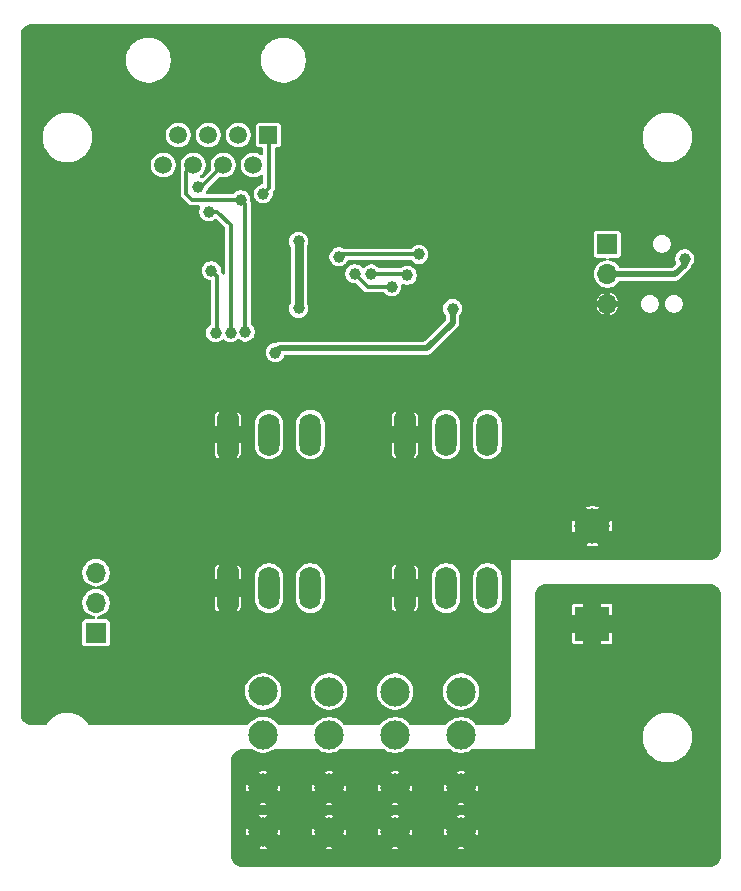
<source format=gbr>
%TF.GenerationSoftware,KiCad,Pcbnew,9.0.6*%
%TF.CreationDate,2025-12-29T09:33:38-05:00*%
%TF.ProjectId,Receiver_Out,52656365-6976-4657-925f-4f75742e6b69,v3*%
%TF.SameCoordinates,Original*%
%TF.FileFunction,Copper,L2,Bot*%
%TF.FilePolarity,Positive*%
%FSLAX46Y46*%
G04 Gerber Fmt 4.6, Leading zero omitted, Abs format (unit mm)*
G04 Created by KiCad (PCBNEW 9.0.6) date 2025-12-29 09:33:38*
%MOMM*%
%LPD*%
G01*
G04 APERTURE LIST*
G04 Aperture macros list*
%AMRoundRect*
0 Rectangle with rounded corners*
0 $1 Rounding radius*
0 $2 $3 $4 $5 $6 $7 $8 $9 X,Y pos of 4 corners*
0 Add a 4 corners polygon primitive as box body*
4,1,4,$2,$3,$4,$5,$6,$7,$8,$9,$2,$3,0*
0 Add four circle primitives for the rounded corners*
1,1,$1+$1,$2,$3*
1,1,$1+$1,$4,$5*
1,1,$1+$1,$6,$7*
1,1,$1+$1,$8,$9*
0 Add four rect primitives between the rounded corners*
20,1,$1+$1,$2,$3,$4,$5,0*
20,1,$1+$1,$4,$5,$6,$7,0*
20,1,$1+$1,$6,$7,$8,$9,0*
20,1,$1+$1,$8,$9,$2,$3,0*%
G04 Aperture macros list end*
%TA.AperFunction,ComponentPad*%
%ADD10RoundRect,0.250000X-0.650000X-1.550000X0.650000X-1.550000X0.650000X1.550000X-0.650000X1.550000X0*%
%TD*%
%TA.AperFunction,ComponentPad*%
%ADD11O,1.800000X3.600000*%
%TD*%
%TA.AperFunction,ComponentPad*%
%ADD12R,3.000000X3.000000*%
%TD*%
%TA.AperFunction,ComponentPad*%
%ADD13C,3.000000*%
%TD*%
%TA.AperFunction,ComponentPad*%
%ADD14C,2.475000*%
%TD*%
%TA.AperFunction,ComponentPad*%
%ADD15R,1.700000X1.700000*%
%TD*%
%TA.AperFunction,ComponentPad*%
%ADD16O,1.700000X1.700000*%
%TD*%
%TA.AperFunction,ComponentPad*%
%ADD17R,1.500000X1.500000*%
%TD*%
%TA.AperFunction,ComponentPad*%
%ADD18C,1.500000*%
%TD*%
%TA.AperFunction,ViaPad*%
%ADD19C,1.000000*%
%TD*%
%TA.AperFunction,ViaPad*%
%ADD20C,0.400000*%
%TD*%
%TA.AperFunction,Conductor*%
%ADD21C,0.750000*%
%TD*%
%TA.AperFunction,Conductor*%
%ADD22C,0.350000*%
%TD*%
%TA.AperFunction,Conductor*%
%ADD23C,0.500000*%
%TD*%
G04 APERTURE END LIST*
D10*
%TO.P,J2,1,Pin_1*%
%TO.N,GND*%
X-114817200Y3500D03*
D11*
%TO.P,J2,2,Pin_2*%
%TO.N,/Outputs/DOUT2*%
X-111317200Y3500D03*
%TO.P,J2,3,Pin_3*%
%TO.N,/Outputs/VOUT2*%
X-107817200Y3500D03*
%TD*%
D10*
%TO.P,J4,1,Pin_1*%
%TO.N,GND*%
X-99817200Y3500D03*
D11*
%TO.P,J4,2,Pin_2*%
%TO.N,/Outputs/DOUT4*%
X-96317200Y3500D03*
%TO.P,J4,3,Pin_3*%
%TO.N,/Outputs/VOUT4*%
X-92817200Y3500D03*
%TD*%
D10*
%TO.P,J3,1,Pin_1*%
%TO.N,GND*%
X-99817200Y13003500D03*
D11*
%TO.P,J3,2,Pin_2*%
%TO.N,/Outputs/DOUT3*%
X-96317200Y13003500D03*
%TO.P,J3,3,Pin_3*%
%TO.N,/Outputs/VOUT3*%
X-92817200Y13003500D03*
%TD*%
D10*
%TO.P,J1,1,Pin_1*%
%TO.N,GND*%
X-114817200Y13003500D03*
D11*
%TO.P,J1,2,Pin_2*%
%TO.N,/Outputs/DOUT1*%
X-111317200Y13003500D03*
%TO.P,J1,3,Pin_3*%
%TO.N,/Outputs/VOUT1*%
X-107817200Y13003500D03*
%TD*%
D12*
%TO.P,TB1,1,P1*%
%TO.N,VIN1*%
X-83952400Y-3012260D03*
D13*
%TO.P,TB1,2,P2*%
%TO.N,GND*%
X-83952400Y5237660D03*
%TD*%
D14*
%TO.P,F2,1_1,1*%
%TO.N,VIN1*%
X-106220200Y-20650100D03*
%TO.P,F2,1_2,1*%
X-106220200Y-16950100D03*
%TO.P,F2,2_1,2*%
%TO.N,/Outputs/VOUT2*%
X-106220200Y-12450100D03*
%TO.P,F2,2_2,2*%
X-106220200Y-8750100D03*
%TD*%
%TO.P,F4,1_1,1*%
%TO.N,VIN1*%
X-95044200Y-20650100D03*
%TO.P,F4,1_2,1*%
X-95044200Y-16950100D03*
%TO.P,F4,2_1,2*%
%TO.N,/Outputs/VOUT4*%
X-95044200Y-12450100D03*
%TO.P,F4,2_2,2*%
X-95044200Y-8750100D03*
%TD*%
%TO.P,F1,1_1,1*%
%TO.N,VIN1*%
X-111808200Y-20635100D03*
%TO.P,F1,1_2,1*%
X-111808200Y-16935100D03*
%TO.P,F1,2_1,2*%
%TO.N,/Outputs/VOUT1*%
X-111808200Y-12435100D03*
%TO.P,F1,2_2,2*%
X-111808200Y-8735100D03*
%TD*%
%TO.P,F3,1_1,1*%
%TO.N,VIN1*%
X-100632200Y-20650100D03*
%TO.P,F3,1_2,1*%
X-100632200Y-16950100D03*
%TO.P,F3,2_1,2*%
%TO.N,/Outputs/VOUT3*%
X-100632200Y-12450100D03*
%TO.P,F3,2_2,2*%
X-100632200Y-8750100D03*
%TD*%
D15*
%TO.P,J6,1,Pin_1*%
%TO.N,/PWR*%
X-125966200Y-3764300D03*
D16*
%TO.P,J6,2,Pin_2*%
%TO.N,/VIN*%
X-125966200Y-1224300D03*
%TO.P,J6,3,Pin_3*%
%TO.N,+5V*%
X-125966200Y1315700D03*
%TD*%
D17*
%TO.P,J7,1*%
%TO.N,/Diff In/Serial1_P*%
X-111366200Y38367700D03*
D18*
%TO.P,J7,2*%
%TO.N,/Diff In/Serial1_N*%
X-112636200Y35827700D03*
%TO.P,J7,3*%
%TO.N,/Diff In/Serial2_P*%
X-113906200Y38367700D03*
%TO.P,J7,4*%
%TO.N,/Diff In/Serial3_N*%
X-115176200Y35827700D03*
%TO.P,J7,5*%
%TO.N,/Diff In/Serial3_P*%
X-116446200Y38367700D03*
%TO.P,J7,6*%
%TO.N,/Diff In/Serial2_N*%
X-117716200Y35827700D03*
%TO.P,J7,7*%
%TO.N,/Diff In/Serial4_P*%
X-118986200Y38367700D03*
%TO.P,J7,8*%
%TO.N,/Diff In/Serial4_N*%
X-120256200Y35827700D03*
%TD*%
D15*
%TO.P,J5,1,Pin_1*%
%TO.N,+5V*%
X-82666200Y29135700D03*
D16*
%TO.P,J5,2,Pin_2*%
%TO.N,UPDI_DATA*%
X-82666200Y26595700D03*
%TO.P,J5,3,Pin_3*%
%TO.N,GND*%
X-82666200Y24055700D03*
%TD*%
D19*
%TO.N,GND*%
X-101816200Y33285700D03*
X-119816200Y26635700D03*
X-109336200Y-9334300D03*
X-129656200Y33845700D03*
X-99176200Y16065700D03*
X-115686200Y-9080300D03*
X-86806200Y33555700D03*
X-126216200Y19585700D03*
X-85191200Y30735700D03*
X-124576200Y23685700D03*
X-104936200Y21505700D03*
X-120336200Y20495700D03*
X-110606200Y21515700D03*
X-80316200Y8885700D03*
X-91676200Y30775700D03*
X-85008200Y14187700D03*
X-88316200Y5905700D03*
X-104316200Y33385700D03*
X-114416200Y44005700D03*
X-114416200Y16065700D03*
X-91556200Y-9334300D03*
X-85641200Y25310700D03*
X-104256200Y44005700D03*
X-129656200Y23685700D03*
X-78856200Y10985700D03*
X-130926200Y-444300D03*
X-98666200Y29785700D03*
X-125316200Y5885700D03*
D20*
X-95136200Y27355700D03*
D19*
X-129656200Y28765700D03*
X-129416200Y14785700D03*
X-86416200Y22810700D03*
X-121782200Y-190300D03*
X-124576200Y44005700D03*
X-99116200Y36235700D03*
X-106796200Y16065700D03*
X-88566200Y16900701D03*
X-87216200Y3685700D03*
X-121566200Y16385700D03*
X-97906200Y-9334300D03*
X-104316200Y36285700D03*
X-83936200Y38925700D03*
X-83936200Y44005700D03*
X-107066200Y29635700D03*
X-93876200Y20045700D03*
X-121020200Y30543700D03*
X-79196200Y21965700D03*
X-94096200Y44005700D03*
X-88566200Y13525700D03*
X-85233200Y15580701D03*
X-116956200Y44005700D03*
X-131180200Y-8572300D03*
X-91566200Y7135700D03*
X-129466200Y16225700D03*
X-119242200Y7683700D03*
D20*
X-95996200Y27365700D03*
D19*
X-74516200Y26385700D03*
X-88966200Y30685700D03*
D20*
X-95146200Y26505700D03*
D19*
X-89036200Y20075700D03*
X-82816200Y8885700D03*
X-111796200Y21455700D03*
X-99866200Y31685700D03*
X-85641200Y26735700D03*
X-91516200Y28085700D03*
X-118796200Y21885700D03*
X-123416200Y7785700D03*
X-86566200Y16985700D03*
X-129656200Y44005700D03*
X-86508200Y12687700D03*
X-123436200Y10255700D03*
X-106796200Y3365700D03*
X-99176200Y44005700D03*
X-102916200Y31685700D03*
X-103494200Y-9334300D03*
X-89016200Y44005700D03*
X-81226200Y19765700D03*
X-118226200Y-6540300D03*
X-121020200Y-10604300D03*
X-79016200Y3685700D03*
X-94806200Y38915700D03*
X-78856200Y5905700D03*
X-91636200Y26865700D03*
X-99866200Y21785700D03*
D20*
X-95996200Y26505700D03*
D19*
X-118876200Y16385700D03*
X-91386200Y33575700D03*
X-101716200Y16065700D03*
X-124576200Y38925700D03*
X-116436200Y30475700D03*
X-99176200Y38925700D03*
X-125016200Y10185700D03*
X-75316200Y31885700D03*
X-124576200Y33845700D03*
X-75316200Y20885700D03*
X-129416200Y17585700D03*
X-98326200Y21775700D03*
X-81066200Y31745700D03*
X-78856200Y44005700D03*
X-105816200Y31685700D03*
X-110376200Y29065700D03*
X-85316200Y8885700D03*
X-89316200Y36885700D03*
X-104256200Y38925700D03*
X-94176200Y22775700D03*
X-99176200Y-4254300D03*
X-82086200Y35505700D03*
X-108746200Y33485700D03*
X-87816200Y8885700D03*
X-128016200Y17585700D03*
X-85108200Y11187700D03*
X-94846200Y36055700D03*
X-85223200Y18380701D03*
X-75316200Y15385700D03*
%TO.N,+5V*%
X-108816200Y23685700D03*
X-108816200Y29385700D03*
%TO.N,VIN1*%
X-82816200Y-16114300D03*
X-82816200Y-11114300D03*
X-82816200Y-6114300D03*
X-87816200Y-21114300D03*
X-80316200Y-1114300D03*
X-85316200Y-6114300D03*
X-92816200Y-21114300D03*
X-77816200Y-1114300D03*
X-87816200Y-16114300D03*
X-87816200Y-11114300D03*
X-87816200Y-3614300D03*
X-77816200Y-16114300D03*
X-77816200Y-21114300D03*
X-77816200Y-6114300D03*
X-87816200Y-6114300D03*
X-82816200Y-21114300D03*
X-80316200Y-6114300D03*
X-92816200Y-16114300D03*
X-87816200Y-1114300D03*
X-80316200Y-3614300D03*
%TO.N,OUT19*%
X-102641200Y26610700D03*
X-99616187Y26485726D03*
%TO.N,OUT18*%
X-116191190Y26885700D03*
X-115842639Y21629933D03*
X-104066200Y26635700D03*
X-100916200Y25535700D03*
%TO.N,OUT17*%
X-105396200Y28055700D03*
X-98616200Y28260700D03*
%TO.N,/Diff In/Serial2_N*%
X-113710241Y32885686D03*
X-113316200Y21685700D03*
%TO.N,/Diff In/Serial3_N*%
X-117321210Y33958710D03*
%TO.N,/Diff In/Serial2_P*%
X-116416200Y31885704D03*
X-114566200Y21635700D03*
%TO.N,/Diff In/Serial1_P*%
X-111816200Y33385700D03*
%TO.N,UPDI_DATA*%
X-76116200Y27885700D03*
%TO.N,OUT_EN*%
X-95776200Y23675700D03*
X-110786200Y19955700D03*
%TD*%
D21*
%TO.N,+5V*%
X-108816200Y23685700D02*
X-108816200Y29385700D01*
D22*
%TO.N,OUT19*%
X-99741161Y26610700D02*
X-99616187Y26485726D01*
X-102641200Y26610700D02*
X-99741161Y26610700D01*
%TO.N,OUT18*%
X-104066200Y26635700D02*
X-102966200Y25535700D01*
X-115842639Y21629933D02*
X-115716200Y21756372D01*
X-115716200Y21756372D02*
X-115716200Y26410710D01*
X-115716200Y26410710D02*
X-116191190Y26885700D01*
X-102966200Y25535700D02*
X-100916200Y25535700D01*
%TO.N,OUT17*%
X-105191200Y28260700D02*
X-98616200Y28260700D01*
X-105396200Y28055700D02*
X-105191200Y28260700D01*
%TO.N,/Diff In/Serial2_N*%
X-118316200Y33385700D02*
X-117816186Y32885686D01*
X-113316200Y32491645D02*
X-113316200Y21685700D01*
X-117716200Y35827700D02*
X-118316200Y35227700D01*
X-113710241Y32885686D02*
X-113316200Y32491645D01*
X-118316200Y35227700D02*
X-118316200Y33385700D01*
X-117816186Y32885686D02*
X-113710241Y32885686D01*
%TO.N,/Diff In/Serial3_N*%
X-115176200Y35827700D02*
X-117045190Y33958710D01*
X-117045190Y33958710D02*
X-117321210Y33958710D01*
%TO.N,/Diff In/Serial2_P*%
X-114566200Y30742810D02*
X-115709094Y31885704D01*
X-115709094Y31885704D02*
X-116416200Y31885704D01*
X-114566200Y21635700D02*
X-114566200Y30742810D01*
%TO.N,/Diff In/Serial1_P*%
X-111316201Y38317701D02*
X-111366200Y38367700D01*
X-111816200Y33385700D02*
X-111316201Y33885699D01*
X-111316201Y33885699D02*
X-111316201Y38317701D01*
D23*
%TO.N,UPDI_DATA*%
X-76116200Y27385700D02*
X-76116200Y27885700D01*
X-76906200Y26595700D02*
X-76116200Y27385700D01*
X-82776200Y26595700D02*
X-77016200Y26595700D01*
%TO.N,OUT_EN*%
X-110406200Y20335700D02*
X-110786200Y19955700D01*
X-95776200Y23675700D02*
X-95776200Y22475700D01*
X-95776200Y22475700D02*
X-97916200Y20335700D01*
X-97916200Y20335700D02*
X-110406200Y20335700D01*
%TD*%
%TA.AperFunction,Conductor*%
%TO.N,GND*%
G36*
X-73807507Y47754775D02*
G01*
X-73670385Y47713180D01*
X-73647578Y47703733D01*
X-73522047Y47636636D01*
X-73496573Y47623019D01*
X-73476035Y47609296D01*
X-73343686Y47500680D01*
X-73326221Y47483215D01*
X-73217605Y47350866D01*
X-73203882Y47330328D01*
X-73123172Y47179331D01*
X-73113720Y47156511D01*
X-73072126Y47019394D01*
X-73066700Y46982818D01*
X-73066700Y3188582D01*
X-73066812Y3187833D01*
X-73066705Y3187458D01*
X-73072125Y3152006D01*
X-73113718Y3014891D01*
X-73123171Y2992071D01*
X-73203882Y2841073D01*
X-73217605Y2820535D01*
X-73326221Y2688186D01*
X-73343686Y2670721D01*
X-73476035Y2562105D01*
X-73496573Y2548382D01*
X-73647571Y2467671D01*
X-73670392Y2458218D01*
X-73834238Y2408517D01*
X-73858462Y2403699D01*
X-74006927Y2389076D01*
X-74035039Y2386307D01*
X-74047387Y2385700D01*
X-90816200Y2385700D01*
X-90816200Y-10608112D01*
X-90816807Y-10620463D01*
X-90834199Y-10797038D01*
X-90839017Y-10821262D01*
X-90888718Y-10985108D01*
X-90898171Y-11007929D01*
X-90978882Y-11158927D01*
X-90992605Y-11179465D01*
X-91101221Y-11311814D01*
X-91118686Y-11329279D01*
X-91251035Y-11437895D01*
X-91271573Y-11451618D01*
X-91422571Y-11532329D01*
X-91445392Y-11541782D01*
X-91609238Y-11591483D01*
X-91633462Y-11596301D01*
X-91781927Y-11610924D01*
X-91810039Y-11613693D01*
X-91822387Y-11614300D01*
X-93686171Y-11614300D01*
X-93754292Y-11594298D01*
X-93788107Y-11562361D01*
X-93857519Y-11466824D01*
X-93871079Y-11448160D01*
X-93871082Y-11448157D01*
X-93871084Y-11448154D01*
X-94042255Y-11276983D01*
X-94042258Y-11276981D01*
X-94042260Y-11276979D01*
X-94238112Y-11134684D01*
X-94453813Y-11024779D01*
X-94453816Y-11024778D01*
X-94453818Y-11024777D01*
X-94684047Y-10949971D01*
X-94684049Y-10949970D01*
X-94684051Y-10949970D01*
X-94923157Y-10912100D01*
X-95165243Y-10912100D01*
X-95404349Y-10949970D01*
X-95404351Y-10949970D01*
X-95404354Y-10949971D01*
X-95634583Y-11024777D01*
X-95634589Y-11024780D01*
X-95850292Y-11134686D01*
X-96046143Y-11276981D01*
X-96046146Y-11276983D01*
X-96217317Y-11448154D01*
X-96217319Y-11448157D01*
X-96300293Y-11562361D01*
X-96356515Y-11605715D01*
X-96402229Y-11614300D01*
X-99274171Y-11614300D01*
X-99342292Y-11594298D01*
X-99376107Y-11562361D01*
X-99445519Y-11466824D01*
X-99459079Y-11448160D01*
X-99459082Y-11448157D01*
X-99459084Y-11448154D01*
X-99630255Y-11276983D01*
X-99630258Y-11276981D01*
X-99630260Y-11276979D01*
X-99826112Y-11134684D01*
X-100041813Y-11024779D01*
X-100041816Y-11024778D01*
X-100041818Y-11024777D01*
X-100272047Y-10949971D01*
X-100272049Y-10949970D01*
X-100272051Y-10949970D01*
X-100511157Y-10912100D01*
X-100753243Y-10912100D01*
X-100992349Y-10949970D01*
X-100992351Y-10949970D01*
X-100992354Y-10949971D01*
X-101222583Y-11024777D01*
X-101222589Y-11024780D01*
X-101438292Y-11134686D01*
X-101634143Y-11276981D01*
X-101634146Y-11276983D01*
X-101805317Y-11448154D01*
X-101805319Y-11448157D01*
X-101888293Y-11562361D01*
X-101944515Y-11605715D01*
X-101990229Y-11614300D01*
X-104862171Y-11614300D01*
X-104930292Y-11594298D01*
X-104964107Y-11562361D01*
X-105033519Y-11466824D01*
X-105047079Y-11448160D01*
X-105047082Y-11448157D01*
X-105047084Y-11448154D01*
X-105218255Y-11276983D01*
X-105218258Y-11276981D01*
X-105218260Y-11276979D01*
X-105414112Y-11134684D01*
X-105629813Y-11024779D01*
X-105629816Y-11024778D01*
X-105629818Y-11024777D01*
X-105860047Y-10949971D01*
X-105860049Y-10949970D01*
X-105860051Y-10949970D01*
X-106099157Y-10912100D01*
X-106341243Y-10912100D01*
X-106580349Y-10949970D01*
X-106580351Y-10949970D01*
X-106580354Y-10949971D01*
X-106810583Y-11024777D01*
X-106810589Y-11024780D01*
X-107026292Y-11134686D01*
X-107222143Y-11276981D01*
X-107222146Y-11276983D01*
X-107393317Y-11448154D01*
X-107393319Y-11448157D01*
X-107476293Y-11562361D01*
X-107532515Y-11605715D01*
X-107578229Y-11614300D01*
X-110439273Y-11614300D01*
X-110507394Y-11594298D01*
X-110541209Y-11562361D01*
X-110549245Y-11551300D01*
X-110635079Y-11433160D01*
X-110635082Y-11433157D01*
X-110635084Y-11433154D01*
X-110806255Y-11261983D01*
X-110806258Y-11261981D01*
X-110806260Y-11261979D01*
X-110953687Y-11154867D01*
X-111002109Y-11119686D01*
X-111002110Y-11119685D01*
X-111002112Y-11119684D01*
X-111217813Y-11009779D01*
X-111217816Y-11009778D01*
X-111217818Y-11009777D01*
X-111448047Y-10934971D01*
X-111448049Y-10934970D01*
X-111448051Y-10934970D01*
X-111687157Y-10897100D01*
X-111929243Y-10897100D01*
X-112168349Y-10934970D01*
X-112168351Y-10934970D01*
X-112168354Y-10934971D01*
X-112398583Y-11009777D01*
X-112398589Y-11009780D01*
X-112614292Y-11119686D01*
X-112810143Y-11261981D01*
X-112810146Y-11261983D01*
X-112981317Y-11433154D01*
X-112981319Y-11433157D01*
X-113075191Y-11562361D01*
X-113131413Y-11605715D01*
X-113177127Y-11614300D01*
X-126478058Y-11614300D01*
X-126546179Y-11594298D01*
X-126587177Y-11551300D01*
X-126635949Y-11466824D01*
X-126650273Y-11448157D01*
X-126803572Y-11248372D01*
X-126803573Y-11248371D01*
X-126803582Y-11248361D01*
X-126998262Y-11053681D01*
X-126998272Y-11053672D01*
X-127057888Y-11007927D01*
X-127216721Y-10886051D01*
X-127216722Y-10886050D01*
X-127216725Y-10886048D01*
X-127455167Y-10748383D01*
X-127455178Y-10748377D01*
X-127582374Y-10695691D01*
X-127709568Y-10643005D01*
X-127975534Y-10571740D01*
X-127975541Y-10571738D01*
X-128248524Y-10535800D01*
X-128248526Y-10535800D01*
X-128523874Y-10535800D01*
X-128523877Y-10535800D01*
X-128796860Y-10571738D01*
X-129062832Y-10643005D01*
X-129317223Y-10748377D01*
X-129317234Y-10748383D01*
X-129555676Y-10886048D01*
X-129774129Y-11053672D01*
X-129774139Y-11053681D01*
X-129968819Y-11248361D01*
X-129968828Y-11248371D01*
X-130136452Y-11466824D01*
X-130185223Y-11551300D01*
X-130236605Y-11600293D01*
X-130294342Y-11614300D01*
X-131360013Y-11614300D01*
X-131372362Y-11613693D01*
X-131405105Y-11610468D01*
X-131548939Y-11596301D01*
X-131573163Y-11591483D01*
X-131737009Y-11541782D01*
X-131759828Y-11532330D01*
X-131808189Y-11506480D01*
X-131910828Y-11451618D01*
X-131931366Y-11437895D01*
X-132063715Y-11329279D01*
X-132081180Y-11311814D01*
X-132109765Y-11276983D01*
X-132189798Y-11179462D01*
X-132203519Y-11158927D01*
X-132283240Y-11009780D01*
X-132284231Y-11007927D01*
X-132293682Y-10985109D01*
X-132336352Y-10844443D01*
X-132341777Y-10807885D01*
X-132341961Y-8614057D01*
X-113346200Y-8614057D01*
X-113346200Y-8856143D01*
X-113343824Y-8871143D01*
X-113308329Y-9095253D01*
X-113303457Y-9110249D01*
X-113233521Y-9325487D01*
X-113123616Y-9541188D01*
X-112981321Y-9737040D01*
X-112981319Y-9737042D01*
X-112981317Y-9737045D01*
X-112810146Y-9908216D01*
X-112810143Y-9908218D01*
X-112810140Y-9908221D01*
X-112614288Y-10050516D01*
X-112398587Y-10160421D01*
X-112168349Y-10235230D01*
X-111929243Y-10273100D01*
X-111929241Y-10273100D01*
X-111687159Y-10273100D01*
X-111687157Y-10273100D01*
X-111448051Y-10235230D01*
X-111217813Y-10160421D01*
X-111002112Y-10050516D01*
X-110806260Y-9908221D01*
X-110635079Y-9737040D01*
X-110492784Y-9541188D01*
X-110382879Y-9325487D01*
X-110308070Y-9095249D01*
X-110270200Y-8856143D01*
X-110270200Y-8629057D01*
X-107758200Y-8629057D01*
X-107758200Y-8871143D01*
X-107722705Y-9095253D01*
X-107720329Y-9110253D01*
X-107650395Y-9325488D01*
X-107645521Y-9340487D01*
X-107535616Y-9556188D01*
X-107393321Y-9752040D01*
X-107393319Y-9752042D01*
X-107393317Y-9752045D01*
X-107222146Y-9923216D01*
X-107222143Y-9923218D01*
X-107222140Y-9923221D01*
X-107026288Y-10065516D01*
X-106810587Y-10175421D01*
X-106580349Y-10250230D01*
X-106341243Y-10288100D01*
X-106341241Y-10288100D01*
X-106099159Y-10288100D01*
X-106099157Y-10288100D01*
X-105860051Y-10250230D01*
X-105629813Y-10175421D01*
X-105414112Y-10065516D01*
X-105218260Y-9923221D01*
X-105047079Y-9752040D01*
X-104904784Y-9556188D01*
X-104794879Y-9340487D01*
X-104720070Y-9110249D01*
X-104682200Y-8871143D01*
X-104682200Y-8629057D01*
X-102170200Y-8629057D01*
X-102170200Y-8871143D01*
X-102134705Y-9095253D01*
X-102132329Y-9110253D01*
X-102062395Y-9325488D01*
X-102057521Y-9340487D01*
X-101947616Y-9556188D01*
X-101805321Y-9752040D01*
X-101805319Y-9752042D01*
X-101805317Y-9752045D01*
X-101634146Y-9923216D01*
X-101634143Y-9923218D01*
X-101634140Y-9923221D01*
X-101438288Y-10065516D01*
X-101222587Y-10175421D01*
X-100992349Y-10250230D01*
X-100753243Y-10288100D01*
X-100753241Y-10288100D01*
X-100511159Y-10288100D01*
X-100511157Y-10288100D01*
X-100272051Y-10250230D01*
X-100041813Y-10175421D01*
X-99826112Y-10065516D01*
X-99630260Y-9923221D01*
X-99459079Y-9752040D01*
X-99316784Y-9556188D01*
X-99206879Y-9340487D01*
X-99132070Y-9110249D01*
X-99094200Y-8871143D01*
X-99094200Y-8629057D01*
X-96582200Y-8629057D01*
X-96582200Y-8871143D01*
X-96546705Y-9095253D01*
X-96544329Y-9110253D01*
X-96474395Y-9325488D01*
X-96469521Y-9340487D01*
X-96359616Y-9556188D01*
X-96217321Y-9752040D01*
X-96217319Y-9752042D01*
X-96217317Y-9752045D01*
X-96046146Y-9923216D01*
X-96046143Y-9923218D01*
X-96046140Y-9923221D01*
X-95850288Y-10065516D01*
X-95634587Y-10175421D01*
X-95404349Y-10250230D01*
X-95165243Y-10288100D01*
X-95165241Y-10288100D01*
X-94923159Y-10288100D01*
X-94923157Y-10288100D01*
X-94684051Y-10250230D01*
X-94453813Y-10175421D01*
X-94238112Y-10065516D01*
X-94042260Y-9923221D01*
X-93871079Y-9752040D01*
X-93728784Y-9556188D01*
X-93618879Y-9340487D01*
X-93544070Y-9110249D01*
X-93506200Y-8871143D01*
X-93506200Y-8629057D01*
X-93544070Y-8389951D01*
X-93618879Y-8159713D01*
X-93728784Y-7944012D01*
X-93871079Y-7748160D01*
X-93871082Y-7748157D01*
X-93871084Y-7748154D01*
X-94042255Y-7576983D01*
X-94042258Y-7576981D01*
X-94042260Y-7576979D01*
X-94238112Y-7434684D01*
X-94453813Y-7324779D01*
X-94453816Y-7324778D01*
X-94453818Y-7324777D01*
X-94684047Y-7249971D01*
X-94684049Y-7249970D01*
X-94684051Y-7249970D01*
X-94923157Y-7212100D01*
X-95165243Y-7212100D01*
X-95404349Y-7249970D01*
X-95404351Y-7249970D01*
X-95404354Y-7249971D01*
X-95634583Y-7324777D01*
X-95634589Y-7324780D01*
X-95850292Y-7434686D01*
X-96046143Y-7576981D01*
X-96046146Y-7576983D01*
X-96217317Y-7748154D01*
X-96217319Y-7748157D01*
X-96359614Y-7944008D01*
X-96469520Y-8159711D01*
X-96469523Y-8159717D01*
X-96544329Y-8389946D01*
X-96544330Y-8389949D01*
X-96544330Y-8389951D01*
X-96582200Y-8629057D01*
X-99094200Y-8629057D01*
X-99132070Y-8389951D01*
X-99206879Y-8159713D01*
X-99316784Y-7944012D01*
X-99459079Y-7748160D01*
X-99459082Y-7748157D01*
X-99459084Y-7748154D01*
X-99630255Y-7576983D01*
X-99630258Y-7576981D01*
X-99630260Y-7576979D01*
X-99826112Y-7434684D01*
X-100041813Y-7324779D01*
X-100041816Y-7324778D01*
X-100041818Y-7324777D01*
X-100272047Y-7249971D01*
X-100272049Y-7249970D01*
X-100272051Y-7249970D01*
X-100511157Y-7212100D01*
X-100753243Y-7212100D01*
X-100992349Y-7249970D01*
X-100992351Y-7249970D01*
X-100992354Y-7249971D01*
X-101222583Y-7324777D01*
X-101222589Y-7324780D01*
X-101438292Y-7434686D01*
X-101634143Y-7576981D01*
X-101634146Y-7576983D01*
X-101805317Y-7748154D01*
X-101805319Y-7748157D01*
X-101947614Y-7944008D01*
X-102057520Y-8159711D01*
X-102057523Y-8159717D01*
X-102132329Y-8389946D01*
X-102132330Y-8389949D01*
X-102132330Y-8389951D01*
X-102170200Y-8629057D01*
X-104682200Y-8629057D01*
X-104720070Y-8389951D01*
X-104794879Y-8159713D01*
X-104904784Y-7944012D01*
X-105047079Y-7748160D01*
X-105047082Y-7748157D01*
X-105047084Y-7748154D01*
X-105218255Y-7576983D01*
X-105218258Y-7576981D01*
X-105218260Y-7576979D01*
X-105414112Y-7434684D01*
X-105629813Y-7324779D01*
X-105629816Y-7324778D01*
X-105629818Y-7324777D01*
X-105860047Y-7249971D01*
X-105860049Y-7249970D01*
X-105860051Y-7249970D01*
X-106099157Y-7212100D01*
X-106341243Y-7212100D01*
X-106580349Y-7249970D01*
X-106580351Y-7249970D01*
X-106580354Y-7249971D01*
X-106810583Y-7324777D01*
X-106810589Y-7324780D01*
X-107026292Y-7434686D01*
X-107222143Y-7576981D01*
X-107222146Y-7576983D01*
X-107393317Y-7748154D01*
X-107393319Y-7748157D01*
X-107535614Y-7944008D01*
X-107645520Y-8159711D01*
X-107645523Y-8159717D01*
X-107720329Y-8389946D01*
X-107720330Y-8389949D01*
X-107720330Y-8389951D01*
X-107758200Y-8629057D01*
X-110270200Y-8629057D01*
X-110270200Y-8614057D01*
X-110308070Y-8374951D01*
X-110382879Y-8144713D01*
X-110492784Y-7929012D01*
X-110635079Y-7733160D01*
X-110635082Y-7733157D01*
X-110635084Y-7733154D01*
X-110806255Y-7561983D01*
X-110806258Y-7561981D01*
X-110806260Y-7561979D01*
X-110953687Y-7454867D01*
X-111002109Y-7419686D01*
X-111002110Y-7419685D01*
X-111002112Y-7419684D01*
X-111217813Y-7309779D01*
X-111217816Y-7309778D01*
X-111217818Y-7309777D01*
X-111448047Y-7234971D01*
X-111448049Y-7234970D01*
X-111448051Y-7234970D01*
X-111687157Y-7197100D01*
X-111929243Y-7197100D01*
X-112168349Y-7234970D01*
X-112168351Y-7234970D01*
X-112168354Y-7234971D01*
X-112398583Y-7309777D01*
X-112398589Y-7309780D01*
X-112614292Y-7419686D01*
X-112810143Y-7561981D01*
X-112810146Y-7561983D01*
X-112981317Y-7733154D01*
X-112981319Y-7733157D01*
X-113123614Y-7929008D01*
X-113233520Y-8144711D01*
X-113233523Y-8144717D01*
X-113308329Y-8374946D01*
X-113308330Y-8374949D01*
X-113308330Y-8374951D01*
X-113346200Y-8614057D01*
X-132341961Y-8614057D01*
X-132342803Y1406246D01*
X-127116700Y1406246D01*
X-127116700Y1225154D01*
X-127088371Y1046291D01*
X-127032411Y874061D01*
X-126950196Y712706D01*
X-126843753Y566199D01*
X-126843751Y566197D01*
X-126843749Y566194D01*
X-126715707Y438152D01*
X-126715704Y438150D01*
X-126715701Y438147D01*
X-126569194Y331704D01*
X-126407839Y249489D01*
X-126235609Y193529D01*
X-126087989Y170149D01*
X-126023837Y139736D01*
X-125986310Y79468D01*
X-125987324Y8479D01*
X-126026557Y-50693D01*
X-126087989Y-78748D01*
X-126235609Y-102129D01*
X-126235612Y-102129D01*
X-126235613Y-102130D01*
X-126407835Y-158087D01*
X-126407841Y-158090D01*
X-126569198Y-240306D01*
X-126715704Y-346749D01*
X-126715707Y-346751D01*
X-126843749Y-474793D01*
X-126843751Y-474796D01*
X-126950194Y-621302D01*
X-127032410Y-782659D01*
X-127032413Y-782665D01*
X-127064299Y-880803D01*
X-127088371Y-954891D01*
X-127116700Y-1133754D01*
X-127116700Y-1314846D01*
X-127088371Y-1493709D01*
X-127088370Y-1493712D01*
X-127043728Y-1631110D01*
X-127032411Y-1665939D01*
X-126950196Y-1827294D01*
X-126843753Y-1973801D01*
X-126843751Y-1973803D01*
X-126843749Y-1973806D01*
X-126715707Y-2101848D01*
X-126715704Y-2101850D01*
X-126715701Y-2101853D01*
X-126569194Y-2208296D01*
X-126407839Y-2290511D01*
X-126235609Y-2346471D01*
X-126129025Y-2363352D01*
X-126064874Y-2393763D01*
X-126027346Y-2454031D01*
X-126028360Y-2525021D01*
X-126067592Y-2584193D01*
X-126132588Y-2612761D01*
X-126148737Y-2613800D01*
X-126861060Y-2613800D01*
X-126861067Y-2613801D01*
X-126886191Y-2616714D01*
X-126886195Y-2616716D01*
X-126988966Y-2662093D01*
X-127068405Y-2741532D01*
X-127068406Y-2741534D01*
X-127113786Y-2844309D01*
X-127116700Y-2869429D01*
X-127116700Y-4659159D01*
X-127116699Y-4659166D01*
X-127113786Y-4684290D01*
X-127113784Y-4684294D01*
X-127068407Y-4787065D01*
X-126988968Y-4866504D01*
X-126988966Y-4866505D01*
X-126988965Y-4866506D01*
X-126886191Y-4911885D01*
X-126861065Y-4914800D01*
X-125071336Y-4914799D01*
X-125046209Y-4911885D01*
X-124943435Y-4866506D01*
X-124863994Y-4787065D01*
X-124818615Y-4684291D01*
X-124815700Y-4659165D01*
X-124815701Y-2869436D01*
X-124818615Y-2844309D01*
X-124863994Y-2741535D01*
X-124863994Y-2741534D01*
X-124943433Y-2662095D01*
X-124943435Y-2662094D01*
X-125046211Y-2616714D01*
X-125046210Y-2616714D01*
X-125071330Y-2613800D01*
X-125783663Y-2613800D01*
X-125851784Y-2593798D01*
X-125898277Y-2540142D01*
X-125908381Y-2469868D01*
X-125878887Y-2405288D01*
X-125819161Y-2366904D01*
X-125803386Y-2363353D01*
X-125696791Y-2346471D01*
X-125524561Y-2290511D01*
X-125363206Y-2208296D01*
X-125216699Y-2101853D01*
X-125088647Y-1973801D01*
X-124982204Y-1827294D01*
X-124899989Y-1665939D01*
X-124878795Y-1600709D01*
X-115917199Y-1600709D01*
X-115914349Y-1631106D01*
X-115914348Y-1631109D01*
X-115869547Y-1759144D01*
X-115869547Y-1759145D01*
X-115788993Y-1868292D01*
X-115679848Y-1948844D01*
X-115567200Y-1988261D01*
X-114067200Y-1988261D01*
X-113954553Y-1948844D01*
X-113845408Y-1868292D01*
X-113764854Y-1759145D01*
X-113764854Y-1759144D01*
X-113720053Y-1631110D01*
X-113720052Y-1631105D01*
X-113717201Y-1600705D01*
X-113717200Y-1600699D01*
X-113717200Y-746500D01*
X-114067200Y-746500D01*
X-114067200Y-1988261D01*
X-115567200Y-1988261D01*
X-115567200Y-746500D01*
X-115917199Y-746500D01*
X-115917199Y-1600709D01*
X-124878795Y-1600709D01*
X-124844029Y-1493709D01*
X-124815700Y-1314846D01*
X-124815700Y-1133754D01*
X-124844029Y-954891D01*
X-124899989Y-782661D01*
X-124982204Y-621306D01*
X-125088647Y-474799D01*
X-125088650Y-474796D01*
X-125088652Y-474793D01*
X-125216694Y-346751D01*
X-125216697Y-346749D01*
X-125216699Y-346747D01*
X-125363206Y-240304D01*
X-125524561Y-158089D01*
X-125524564Y-158088D01*
X-125524566Y-158087D01*
X-125696788Y-102130D01*
X-125696791Y-102129D01*
X-125844413Y-78748D01*
X-125908564Y-48337D01*
X-125946091Y11932D01*
X-125945083Y82491D01*
X-115417200Y82491D01*
X-115417200Y-75491D01*
X-115376311Y-228091D01*
X-115297319Y-364908D01*
X-115185608Y-476619D01*
X-115048791Y-555611D01*
X-114896191Y-596500D01*
X-114738209Y-596500D01*
X-114585609Y-555611D01*
X-114448792Y-476619D01*
X-114337081Y-364908D01*
X-114258089Y-228091D01*
X-114217200Y-75491D01*
X-114217200Y82491D01*
X-114258089Y235091D01*
X-114337081Y371908D01*
X-114448792Y483619D01*
X-114585609Y562611D01*
X-114738209Y603500D01*
X-114896191Y603500D01*
X-115048791Y562611D01*
X-115185608Y483619D01*
X-115297319Y371908D01*
X-115376311Y235091D01*
X-115417200Y82491D01*
X-125945083Y82491D01*
X-125945077Y82921D01*
X-125905844Y142093D01*
X-125844414Y170149D01*
X-125696791Y193529D01*
X-125524561Y249489D01*
X-125363206Y331704D01*
X-125216699Y438147D01*
X-125088647Y566199D01*
X-124982204Y712706D01*
X-124899989Y874061D01*
X-124844029Y1046291D01*
X-124815700Y1225154D01*
X-124815700Y1406246D01*
X-124844029Y1585109D01*
X-124851371Y1607706D01*
X-115917200Y1607706D01*
X-115917200Y753500D01*
X-115567200Y753500D01*
X-114067200Y753500D01*
X-113717201Y753500D01*
X-113717201Y997981D01*
X-112517700Y997981D01*
X-112517700Y-990981D01*
X-112488140Y-1177618D01*
X-112488139Y-1177623D01*
X-112429749Y-1357328D01*
X-112429748Y-1357331D01*
X-112429747Y-1357332D01*
X-112360260Y-1493709D01*
X-112343958Y-1525702D01*
X-112232889Y-1678575D01*
X-112099276Y-1812188D01*
X-112099273Y-1812190D01*
X-111946399Y-1923260D01*
X-111778032Y-2009047D01*
X-111598318Y-2067440D01*
X-111411681Y-2097000D01*
X-111411678Y-2097000D01*
X-111222722Y-2097000D01*
X-111222719Y-2097000D01*
X-111036082Y-2067440D01*
X-110856368Y-2009047D01*
X-110688001Y-1923260D01*
X-110535127Y-1812190D01*
X-110401510Y-1678573D01*
X-110290440Y-1525699D01*
X-110204653Y-1357332D01*
X-110146260Y-1177618D01*
X-110116700Y-990981D01*
X-110116700Y997981D01*
X-109017700Y997981D01*
X-109017700Y-990981D01*
X-108988140Y-1177618D01*
X-108988139Y-1177623D01*
X-108929749Y-1357328D01*
X-108929748Y-1357331D01*
X-108929747Y-1357332D01*
X-108860260Y-1493709D01*
X-108843958Y-1525702D01*
X-108732889Y-1678575D01*
X-108599276Y-1812188D01*
X-108599273Y-1812190D01*
X-108446399Y-1923260D01*
X-108278032Y-2009047D01*
X-108098318Y-2067440D01*
X-107911681Y-2097000D01*
X-107911678Y-2097000D01*
X-107722722Y-2097000D01*
X-107722719Y-2097000D01*
X-107536082Y-2067440D01*
X-107356368Y-2009047D01*
X-107188001Y-1923260D01*
X-107035127Y-1812190D01*
X-106901510Y-1678573D01*
X-106844938Y-1600709D01*
X-100917199Y-1600709D01*
X-100914349Y-1631106D01*
X-100914348Y-1631109D01*
X-100869547Y-1759144D01*
X-100869547Y-1759145D01*
X-100788993Y-1868292D01*
X-100679848Y-1948844D01*
X-100567200Y-1988261D01*
X-99067200Y-1988261D01*
X-98954553Y-1948844D01*
X-98845408Y-1868292D01*
X-98764854Y-1759145D01*
X-98764854Y-1759144D01*
X-98720053Y-1631110D01*
X-98720052Y-1631105D01*
X-98717201Y-1600705D01*
X-98717200Y-1600699D01*
X-98717200Y-746500D01*
X-99067200Y-746500D01*
X-99067200Y-1988261D01*
X-100567200Y-1988261D01*
X-100567200Y-746500D01*
X-100917199Y-746500D01*
X-100917199Y-1600709D01*
X-106844938Y-1600709D01*
X-106790440Y-1525699D01*
X-106704653Y-1357332D01*
X-106646260Y-1177618D01*
X-106616700Y-990981D01*
X-106616700Y82491D01*
X-100417200Y82491D01*
X-100417200Y-75491D01*
X-100376311Y-228091D01*
X-100297319Y-364908D01*
X-100185608Y-476619D01*
X-100048791Y-555611D01*
X-99896191Y-596500D01*
X-99738209Y-596500D01*
X-99585609Y-555611D01*
X-99448792Y-476619D01*
X-99337081Y-364908D01*
X-99258089Y-228091D01*
X-99217200Y-75491D01*
X-99217200Y82491D01*
X-99258089Y235091D01*
X-99337081Y371908D01*
X-99448792Y483619D01*
X-99585609Y562611D01*
X-99738209Y603500D01*
X-99896191Y603500D01*
X-100048791Y562611D01*
X-100185608Y483619D01*
X-100297319Y371908D01*
X-100376311Y235091D01*
X-100417200Y82491D01*
X-106616700Y82491D01*
X-106616700Y997981D01*
X-106646260Y1184618D01*
X-106704653Y1364332D01*
X-106790440Y1532699D01*
X-106790442Y1532702D01*
X-106790443Y1532704D01*
X-106793267Y1536591D01*
X-106844936Y1607706D01*
X-100917200Y1607706D01*
X-100917200Y753500D01*
X-100567200Y753500D01*
X-99067200Y753500D01*
X-98717201Y753500D01*
X-98717201Y997981D01*
X-97517700Y997981D01*
X-97517700Y-990981D01*
X-97488140Y-1177618D01*
X-97488139Y-1177623D01*
X-97429749Y-1357328D01*
X-97429748Y-1357331D01*
X-97429747Y-1357332D01*
X-97360260Y-1493709D01*
X-97343958Y-1525702D01*
X-97232889Y-1678575D01*
X-97099276Y-1812188D01*
X-97099273Y-1812190D01*
X-96946399Y-1923260D01*
X-96778032Y-2009047D01*
X-96598318Y-2067440D01*
X-96411681Y-2097000D01*
X-96411678Y-2097000D01*
X-96222722Y-2097000D01*
X-96222719Y-2097000D01*
X-96036082Y-2067440D01*
X-95856368Y-2009047D01*
X-95688001Y-1923260D01*
X-95535127Y-1812190D01*
X-95401510Y-1678573D01*
X-95290440Y-1525699D01*
X-95204653Y-1357332D01*
X-95146260Y-1177618D01*
X-95116700Y-990981D01*
X-95116700Y997981D01*
X-94017700Y997981D01*
X-94017700Y-990981D01*
X-93988140Y-1177618D01*
X-93988139Y-1177623D01*
X-93929749Y-1357328D01*
X-93929748Y-1357331D01*
X-93929747Y-1357332D01*
X-93860260Y-1493709D01*
X-93843958Y-1525702D01*
X-93732889Y-1678575D01*
X-93599276Y-1812188D01*
X-93599273Y-1812190D01*
X-93446399Y-1923260D01*
X-93278032Y-2009047D01*
X-93098318Y-2067440D01*
X-92911681Y-2097000D01*
X-92911678Y-2097000D01*
X-92722722Y-2097000D01*
X-92722719Y-2097000D01*
X-92536082Y-2067440D01*
X-92356368Y-2009047D01*
X-92188001Y-1923260D01*
X-92035127Y-1812190D01*
X-91901510Y-1678573D01*
X-91790440Y-1525699D01*
X-91704653Y-1357332D01*
X-91646260Y-1177618D01*
X-91616700Y-990981D01*
X-91616700Y997981D01*
X-91646260Y1184618D01*
X-91704653Y1364332D01*
X-91790440Y1532699D01*
X-91901510Y1685573D01*
X-91901512Y1685576D01*
X-92035125Y1819189D01*
X-92187998Y1930258D01*
X-92187999Y1930259D01*
X-92188001Y1930260D01*
X-92356368Y2016047D01*
X-92356369Y2016048D01*
X-92356372Y2016049D01*
X-92536077Y2074439D01*
X-92536081Y2074440D01*
X-92536082Y2074440D01*
X-92722719Y2104000D01*
X-92911681Y2104000D01*
X-93098318Y2074440D01*
X-93098324Y2074439D01*
X-93278029Y2016049D01*
X-93446403Y1930258D01*
X-93599276Y1819189D01*
X-93732889Y1685576D01*
X-93843958Y1532703D01*
X-93929749Y1364329D01*
X-93988139Y1184624D01*
X-93988140Y1184619D01*
X-93988140Y1184618D01*
X-94017700Y997981D01*
X-95116700Y997981D01*
X-95146260Y1184618D01*
X-95204653Y1364332D01*
X-95290440Y1532699D01*
X-95401510Y1685573D01*
X-95401512Y1685576D01*
X-95535125Y1819189D01*
X-95687998Y1930258D01*
X-95687999Y1930259D01*
X-95688001Y1930260D01*
X-95856368Y2016047D01*
X-95856369Y2016048D01*
X-95856372Y2016049D01*
X-96036077Y2074439D01*
X-96036081Y2074440D01*
X-96036082Y2074440D01*
X-96222719Y2104000D01*
X-96411681Y2104000D01*
X-96598318Y2074440D01*
X-96598324Y2074439D01*
X-96778029Y2016049D01*
X-96946403Y1930258D01*
X-97099276Y1819189D01*
X-97232889Y1685576D01*
X-97343958Y1532703D01*
X-97429749Y1364329D01*
X-97488139Y1184624D01*
X-97488140Y1184619D01*
X-97488140Y1184618D01*
X-97517700Y997981D01*
X-98717201Y997981D01*
X-98717201Y1607695D01*
X-98717202Y1607710D01*
X-98720052Y1638107D01*
X-98720053Y1638110D01*
X-98764854Y1766145D01*
X-98764854Y1766146D01*
X-98845408Y1875293D01*
X-98954552Y1955844D01*
X-98954554Y1955846D01*
X-99067200Y1995263D01*
X-99067200Y753500D01*
X-100567200Y753500D01*
X-100567200Y1995263D01*
X-100679847Y1955846D01*
X-100679849Y1955844D01*
X-100788993Y1875293D01*
X-100869547Y1766146D01*
X-100869547Y1766145D01*
X-100914348Y1638111D01*
X-100914349Y1638106D01*
X-100917200Y1607706D01*
X-106844936Y1607706D01*
X-106901512Y1685576D01*
X-107035125Y1819189D01*
X-107187998Y1930258D01*
X-107187999Y1930259D01*
X-107188001Y1930260D01*
X-107356368Y2016047D01*
X-107356369Y2016048D01*
X-107356372Y2016049D01*
X-107536077Y2074439D01*
X-107536081Y2074440D01*
X-107536082Y2074440D01*
X-107722719Y2104000D01*
X-107911681Y2104000D01*
X-108098318Y2074440D01*
X-108098324Y2074439D01*
X-108278029Y2016049D01*
X-108446403Y1930258D01*
X-108599276Y1819189D01*
X-108732889Y1685576D01*
X-108843958Y1532703D01*
X-108929749Y1364329D01*
X-108988139Y1184624D01*
X-108988140Y1184619D01*
X-108988140Y1184618D01*
X-109017700Y997981D01*
X-110116700Y997981D01*
X-110146260Y1184618D01*
X-110204653Y1364332D01*
X-110290440Y1532699D01*
X-110401510Y1685573D01*
X-110401512Y1685576D01*
X-110535125Y1819189D01*
X-110687998Y1930258D01*
X-110687999Y1930259D01*
X-110688001Y1930260D01*
X-110856368Y2016047D01*
X-110856369Y2016048D01*
X-110856372Y2016049D01*
X-111036077Y2074439D01*
X-111036081Y2074440D01*
X-111036082Y2074440D01*
X-111222719Y2104000D01*
X-111411681Y2104000D01*
X-111598318Y2074440D01*
X-111598324Y2074439D01*
X-111778029Y2016049D01*
X-111946403Y1930258D01*
X-112099276Y1819189D01*
X-112232889Y1685576D01*
X-112343958Y1532703D01*
X-112429749Y1364329D01*
X-112488139Y1184624D01*
X-112488140Y1184619D01*
X-112488140Y1184618D01*
X-112517700Y997981D01*
X-113717201Y997981D01*
X-113717201Y1607695D01*
X-113717202Y1607710D01*
X-113720052Y1638107D01*
X-113720053Y1638110D01*
X-113764854Y1766145D01*
X-113764854Y1766146D01*
X-113845408Y1875293D01*
X-113954552Y1955844D01*
X-113954554Y1955846D01*
X-114067200Y1995263D01*
X-114067200Y753500D01*
X-115567200Y753500D01*
X-115567200Y1995263D01*
X-115679847Y1955846D01*
X-115679849Y1955844D01*
X-115788993Y1875293D01*
X-115869547Y1766146D01*
X-115869547Y1766145D01*
X-115914348Y1638111D01*
X-115914349Y1638106D01*
X-115917200Y1607706D01*
X-124851371Y1607706D01*
X-124899989Y1757339D01*
X-124982204Y1918694D01*
X-125088647Y2065201D01*
X-125088650Y2065204D01*
X-125088652Y2065207D01*
X-125216694Y2193249D01*
X-125216697Y2193251D01*
X-125216699Y2193253D01*
X-125363206Y2299696D01*
X-125524561Y2381911D01*
X-125524564Y2381912D01*
X-125524566Y2381913D01*
X-125696788Y2437870D01*
X-125696791Y2437871D01*
X-125875654Y2466200D01*
X-126056746Y2466200D01*
X-126235609Y2437871D01*
X-126235612Y2437871D01*
X-126235613Y2437870D01*
X-126407835Y2381913D01*
X-126407841Y2381910D01*
X-126569198Y2299694D01*
X-126715704Y2193251D01*
X-126715707Y2193249D01*
X-126843749Y2065207D01*
X-126843751Y2065204D01*
X-126950194Y1918698D01*
X-127032410Y1757341D01*
X-127032413Y1757335D01*
X-127088370Y1585113D01*
X-127088371Y1585109D01*
X-127116700Y1406246D01*
X-132342803Y1406246D01*
X-132342989Y3625876D01*
X-84503526Y3625876D01*
X-84500023Y3624425D01*
X-84284759Y3566746D01*
X-84063827Y3537661D01*
X-84063817Y3537660D01*
X-83840983Y3537660D01*
X-83840974Y3537661D01*
X-83620042Y3566746D01*
X-83404779Y3624425D01*
X-83401276Y3625876D01*
X-83401276Y3625877D01*
X-83952399Y4177000D01*
X-83952400Y4177000D01*
X-84503526Y3625876D01*
X-132342989Y3625876D01*
X-132343134Y5349087D01*
X-85652400Y5349087D01*
X-85652400Y5126234D01*
X-85623315Y4905302D01*
X-85565636Y4690038D01*
X-85565633Y4690029D01*
X-85564186Y4686537D01*
X-85564186Y4686536D01*
X-85013060Y5237661D01*
X-85086928Y5311529D01*
X-84702400Y5311529D01*
X-84702400Y5163791D01*
X-84673578Y5018893D01*
X-84617041Y4882402D01*
X-84534963Y4759563D01*
X-84430497Y4655097D01*
X-84307658Y4573019D01*
X-84171167Y4516482D01*
X-84026269Y4487660D01*
X-83878531Y4487660D01*
X-83733633Y4516482D01*
X-83597142Y4573019D01*
X-83474303Y4655097D01*
X-83369837Y4759563D01*
X-83287759Y4882402D01*
X-83231222Y5018893D01*
X-83202400Y5163791D01*
X-83202400Y5237661D01*
X-82891740Y5237661D01*
X-82891740Y5237659D01*
X-82340617Y4686536D01*
X-82340616Y4686536D01*
X-82339165Y4690039D01*
X-82281486Y4905302D01*
X-82252401Y5126234D01*
X-82252400Y5126243D01*
X-82252400Y5349077D01*
X-82252401Y5349087D01*
X-82281486Y5570019D01*
X-82339165Y5785282D01*
X-82339165Y5785284D01*
X-82340616Y5788786D01*
X-82891740Y5237661D01*
X-83202400Y5237661D01*
X-83202400Y5311529D01*
X-83231222Y5456427D01*
X-83287759Y5592918D01*
X-83369837Y5715757D01*
X-83474303Y5820223D01*
X-83597142Y5902301D01*
X-83733633Y5958838D01*
X-83878531Y5987660D01*
X-84026269Y5987660D01*
X-84171167Y5958838D01*
X-84307658Y5902301D01*
X-84430497Y5820223D01*
X-84534963Y5715757D01*
X-84617041Y5592918D01*
X-84673578Y5456427D01*
X-84702400Y5311529D01*
X-85086928Y5311529D01*
X-85564185Y5788786D01*
X-85564186Y5788786D01*
X-85565635Y5785287D01*
X-85623315Y5570019D01*
X-85652400Y5349087D01*
X-132343134Y5349087D01*
X-132343260Y6849446D01*
X-84503526Y6849446D01*
X-84503526Y6849445D01*
X-83952401Y6298320D01*
X-83952400Y6298320D01*
X-83401276Y6849446D01*
X-83404769Y6850893D01*
X-83404778Y6850896D01*
X-83620042Y6908575D01*
X-83840974Y6937660D01*
X-84063827Y6937660D01*
X-84284759Y6908575D01*
X-84500027Y6850895D01*
X-84503526Y6849446D01*
X-132343260Y6849446D01*
X-132343643Y11399291D01*
X-115917199Y11399291D01*
X-115914349Y11368894D01*
X-115914348Y11368891D01*
X-115869547Y11240856D01*
X-115869547Y11240855D01*
X-115788993Y11131708D01*
X-115679848Y11051156D01*
X-115567200Y11011739D01*
X-114067200Y11011739D01*
X-113954553Y11051156D01*
X-113845408Y11131708D01*
X-113764854Y11240855D01*
X-113764854Y11240856D01*
X-113720053Y11368890D01*
X-113720052Y11368895D01*
X-113717201Y11399295D01*
X-113717200Y11399301D01*
X-113717200Y12253500D01*
X-114067200Y12253500D01*
X-114067200Y11011739D01*
X-115567200Y11011739D01*
X-115567200Y12253500D01*
X-115917199Y12253500D01*
X-115917199Y11399291D01*
X-132343643Y11399291D01*
X-132343785Y13082491D01*
X-115417200Y13082491D01*
X-115417200Y12924509D01*
X-115376311Y12771909D01*
X-115297319Y12635092D01*
X-115185608Y12523381D01*
X-115048791Y12444389D01*
X-114896191Y12403500D01*
X-114738209Y12403500D01*
X-114585609Y12444389D01*
X-114448792Y12523381D01*
X-114337081Y12635092D01*
X-114258089Y12771909D01*
X-114217200Y12924509D01*
X-114217200Y13082491D01*
X-114258089Y13235091D01*
X-114337081Y13371908D01*
X-114448792Y13483619D01*
X-114585609Y13562611D01*
X-114738209Y13603500D01*
X-114896191Y13603500D01*
X-115048791Y13562611D01*
X-115185608Y13483619D01*
X-115297319Y13371908D01*
X-115376311Y13235091D01*
X-115417200Y13082491D01*
X-132343785Y13082491D01*
X-132343913Y14607706D01*
X-115917200Y14607706D01*
X-115917200Y13753500D01*
X-115567200Y13753500D01*
X-114067200Y13753500D01*
X-113717201Y13753500D01*
X-113717201Y13997981D01*
X-112517700Y13997981D01*
X-112517700Y12009019D01*
X-112488140Y11822382D01*
X-112488139Y11822377D01*
X-112429749Y11642672D01*
X-112343958Y11474298D01*
X-112232889Y11321425D01*
X-112099276Y11187812D01*
X-112099273Y11187810D01*
X-111946399Y11076740D01*
X-111778032Y10990953D01*
X-111598318Y10932560D01*
X-111411681Y10903000D01*
X-111411678Y10903000D01*
X-111222722Y10903000D01*
X-111222719Y10903000D01*
X-111036082Y10932560D01*
X-110856368Y10990953D01*
X-110688001Y11076740D01*
X-110535127Y11187810D01*
X-110401510Y11321427D01*
X-110290440Y11474301D01*
X-110204653Y11642668D01*
X-110146260Y11822382D01*
X-110116700Y12009019D01*
X-110116700Y13997981D01*
X-109017700Y13997981D01*
X-109017700Y12009019D01*
X-108988140Y11822382D01*
X-108988139Y11822377D01*
X-108929749Y11642672D01*
X-108843958Y11474298D01*
X-108732889Y11321425D01*
X-108599276Y11187812D01*
X-108599273Y11187810D01*
X-108446399Y11076740D01*
X-108278032Y10990953D01*
X-108098318Y10932560D01*
X-107911681Y10903000D01*
X-107911678Y10903000D01*
X-107722722Y10903000D01*
X-107722719Y10903000D01*
X-107536082Y10932560D01*
X-107356368Y10990953D01*
X-107188001Y11076740D01*
X-107035127Y11187810D01*
X-106901510Y11321427D01*
X-106844938Y11399291D01*
X-100917199Y11399291D01*
X-100914349Y11368894D01*
X-100914348Y11368891D01*
X-100869547Y11240856D01*
X-100869547Y11240855D01*
X-100788993Y11131708D01*
X-100679848Y11051156D01*
X-100567200Y11011739D01*
X-99067200Y11011739D01*
X-98954553Y11051156D01*
X-98845408Y11131708D01*
X-98764854Y11240855D01*
X-98764854Y11240856D01*
X-98720053Y11368890D01*
X-98720052Y11368895D01*
X-98717201Y11399295D01*
X-98717200Y11399301D01*
X-98717200Y12253500D01*
X-99067200Y12253500D01*
X-99067200Y11011739D01*
X-100567200Y11011739D01*
X-100567200Y12253500D01*
X-100917199Y12253500D01*
X-100917199Y11399291D01*
X-106844938Y11399291D01*
X-106790440Y11474301D01*
X-106704653Y11642668D01*
X-106646260Y11822382D01*
X-106616700Y12009019D01*
X-106616700Y13082491D01*
X-100417200Y13082491D01*
X-100417200Y12924509D01*
X-100376311Y12771909D01*
X-100297319Y12635092D01*
X-100185608Y12523381D01*
X-100048791Y12444389D01*
X-99896191Y12403500D01*
X-99738209Y12403500D01*
X-99585609Y12444389D01*
X-99448792Y12523381D01*
X-99337081Y12635092D01*
X-99258089Y12771909D01*
X-99217200Y12924509D01*
X-99217200Y13082491D01*
X-99258089Y13235091D01*
X-99337081Y13371908D01*
X-99448792Y13483619D01*
X-99585609Y13562611D01*
X-99738209Y13603500D01*
X-99896191Y13603500D01*
X-100048791Y13562611D01*
X-100185608Y13483619D01*
X-100297319Y13371908D01*
X-100376311Y13235091D01*
X-100417200Y13082491D01*
X-106616700Y13082491D01*
X-106616700Y13997981D01*
X-106646260Y14184618D01*
X-106704653Y14364332D01*
X-106790440Y14532699D01*
X-106790442Y14532702D01*
X-106790443Y14532704D01*
X-106793267Y14536591D01*
X-106844936Y14607706D01*
X-100917200Y14607706D01*
X-100917200Y13753500D01*
X-100567200Y13753500D01*
X-99067200Y13753500D01*
X-98717201Y13753500D01*
X-98717201Y13997981D01*
X-97517700Y13997981D01*
X-97517700Y12009019D01*
X-97488140Y11822382D01*
X-97488139Y11822377D01*
X-97429749Y11642672D01*
X-97343958Y11474298D01*
X-97232889Y11321425D01*
X-97099276Y11187812D01*
X-97099273Y11187810D01*
X-96946399Y11076740D01*
X-96778032Y10990953D01*
X-96598318Y10932560D01*
X-96411681Y10903000D01*
X-96411678Y10903000D01*
X-96222722Y10903000D01*
X-96222719Y10903000D01*
X-96036082Y10932560D01*
X-95856368Y10990953D01*
X-95688001Y11076740D01*
X-95535127Y11187810D01*
X-95401510Y11321427D01*
X-95290440Y11474301D01*
X-95204653Y11642668D01*
X-95146260Y11822382D01*
X-95116700Y12009019D01*
X-95116700Y13997981D01*
X-94017700Y13997981D01*
X-94017700Y12009019D01*
X-93988140Y11822382D01*
X-93988139Y11822377D01*
X-93929749Y11642672D01*
X-93843958Y11474298D01*
X-93732889Y11321425D01*
X-93599276Y11187812D01*
X-93599273Y11187810D01*
X-93446399Y11076740D01*
X-93278032Y10990953D01*
X-93098318Y10932560D01*
X-92911681Y10903000D01*
X-92911678Y10903000D01*
X-92722722Y10903000D01*
X-92722719Y10903000D01*
X-92536082Y10932560D01*
X-92356368Y10990953D01*
X-92188001Y11076740D01*
X-92035127Y11187810D01*
X-91901510Y11321427D01*
X-91790440Y11474301D01*
X-91704653Y11642668D01*
X-91646260Y11822382D01*
X-91616700Y12009019D01*
X-91616700Y13997981D01*
X-91646260Y14184618D01*
X-91704653Y14364332D01*
X-91790440Y14532699D01*
X-91901510Y14685573D01*
X-91901512Y14685576D01*
X-92035125Y14819189D01*
X-92187998Y14930258D01*
X-92187999Y14930259D01*
X-92188001Y14930260D01*
X-92356368Y15016047D01*
X-92356369Y15016048D01*
X-92356372Y15016049D01*
X-92536077Y15074439D01*
X-92536081Y15074440D01*
X-92536082Y15074440D01*
X-92722719Y15104000D01*
X-92911681Y15104000D01*
X-93098318Y15074440D01*
X-93098324Y15074439D01*
X-93278029Y15016049D01*
X-93446403Y14930258D01*
X-93599276Y14819189D01*
X-93732889Y14685576D01*
X-93843958Y14532703D01*
X-93929749Y14364329D01*
X-93988139Y14184624D01*
X-93988140Y14184619D01*
X-93988140Y14184618D01*
X-94017700Y13997981D01*
X-95116700Y13997981D01*
X-95146260Y14184618D01*
X-95204653Y14364332D01*
X-95290440Y14532699D01*
X-95401510Y14685573D01*
X-95401512Y14685576D01*
X-95535125Y14819189D01*
X-95687998Y14930258D01*
X-95687999Y14930259D01*
X-95688001Y14930260D01*
X-95856368Y15016047D01*
X-95856369Y15016048D01*
X-95856372Y15016049D01*
X-96036077Y15074439D01*
X-96036081Y15074440D01*
X-96036082Y15074440D01*
X-96222719Y15104000D01*
X-96411681Y15104000D01*
X-96598318Y15074440D01*
X-96598324Y15074439D01*
X-96778029Y15016049D01*
X-96946403Y14930258D01*
X-97099276Y14819189D01*
X-97232889Y14685576D01*
X-97343958Y14532703D01*
X-97429749Y14364329D01*
X-97488139Y14184624D01*
X-97488140Y14184619D01*
X-97488140Y14184618D01*
X-97517700Y13997981D01*
X-98717201Y13997981D01*
X-98717201Y14607695D01*
X-98717202Y14607710D01*
X-98720052Y14638107D01*
X-98720053Y14638110D01*
X-98764854Y14766145D01*
X-98764854Y14766146D01*
X-98845408Y14875293D01*
X-98954552Y14955844D01*
X-98954554Y14955846D01*
X-99067200Y14995263D01*
X-99067200Y13753500D01*
X-100567200Y13753500D01*
X-100567200Y14995263D01*
X-100679847Y14955846D01*
X-100679849Y14955844D01*
X-100788993Y14875293D01*
X-100869547Y14766146D01*
X-100869547Y14766145D01*
X-100914348Y14638111D01*
X-100914349Y14638106D01*
X-100917200Y14607706D01*
X-106844936Y14607706D01*
X-106901512Y14685576D01*
X-107035125Y14819189D01*
X-107187998Y14930258D01*
X-107187999Y14930259D01*
X-107188001Y14930260D01*
X-107356368Y15016047D01*
X-107356369Y15016048D01*
X-107356372Y15016049D01*
X-107536077Y15074439D01*
X-107536081Y15074440D01*
X-107536082Y15074440D01*
X-107722719Y15104000D01*
X-107911681Y15104000D01*
X-108098318Y15074440D01*
X-108098324Y15074439D01*
X-108278029Y15016049D01*
X-108446403Y14930258D01*
X-108599276Y14819189D01*
X-108732889Y14685576D01*
X-108843958Y14532703D01*
X-108929749Y14364329D01*
X-108988139Y14184624D01*
X-108988140Y14184619D01*
X-108988140Y14184618D01*
X-109017700Y13997981D01*
X-110116700Y13997981D01*
X-110146260Y14184618D01*
X-110204653Y14364332D01*
X-110290440Y14532699D01*
X-110401510Y14685573D01*
X-110401512Y14685576D01*
X-110535125Y14819189D01*
X-110687998Y14930258D01*
X-110687999Y14930259D01*
X-110688001Y14930260D01*
X-110856368Y15016047D01*
X-110856369Y15016048D01*
X-110856372Y15016049D01*
X-111036077Y15074439D01*
X-111036081Y15074440D01*
X-111036082Y15074440D01*
X-111222719Y15104000D01*
X-111411681Y15104000D01*
X-111598318Y15074440D01*
X-111598324Y15074439D01*
X-111778029Y15016049D01*
X-111946403Y14930258D01*
X-112099276Y14819189D01*
X-112232889Y14685576D01*
X-112343958Y14532703D01*
X-112429749Y14364329D01*
X-112488139Y14184624D01*
X-112488140Y14184619D01*
X-112488140Y14184618D01*
X-112517700Y13997981D01*
X-113717201Y13997981D01*
X-113717201Y14607695D01*
X-113717202Y14607710D01*
X-113720052Y14638107D01*
X-113720053Y14638110D01*
X-113764854Y14766145D01*
X-113764854Y14766146D01*
X-113845408Y14875293D01*
X-113954552Y14955844D01*
X-113954554Y14955846D01*
X-114067200Y14995263D01*
X-114067200Y13753500D01*
X-115567200Y13753500D01*
X-115567200Y14995263D01*
X-115679847Y14955846D01*
X-115679849Y14955844D01*
X-115788993Y14875293D01*
X-115869547Y14766146D01*
X-115869547Y14766145D01*
X-115914348Y14638111D01*
X-115914349Y14638106D01*
X-115917200Y14607706D01*
X-132343913Y14607706D01*
X-132344369Y20034545D01*
X-111586700Y20034545D01*
X-111586700Y19876856D01*
X-111568468Y19785200D01*
X-111555937Y19722203D01*
X-111495594Y19576521D01*
X-111407989Y19445411D01*
X-111296489Y19333911D01*
X-111165379Y19246306D01*
X-111019697Y19185963D01*
X-110865042Y19155200D01*
X-110865041Y19155200D01*
X-110707359Y19155200D01*
X-110707358Y19155200D01*
X-110552703Y19185963D01*
X-110407021Y19246306D01*
X-110275911Y19333911D01*
X-110164411Y19445411D01*
X-110076806Y19576521D01*
X-110022587Y19707418D01*
X-109978039Y19762699D01*
X-109910675Y19785120D01*
X-109906178Y19785200D01*
X-97843728Y19785200D01*
X-97843726Y19785200D01*
X-97843725Y19785200D01*
X-97703715Y19822716D01*
X-97578185Y19895190D01*
X-95335690Y22137685D01*
X-95282731Y22229413D01*
X-95263218Y22263211D01*
X-95263218Y22263212D01*
X-95263216Y22263215D01*
X-95225700Y22403226D01*
X-95225700Y22548174D01*
X-95225700Y23041932D01*
X-95205698Y23110053D01*
X-95188795Y23131027D01*
X-95177613Y23142209D01*
X-95154411Y23165411D01*
X-95066806Y23296521D01*
X-95006463Y23442203D01*
X-94975700Y23596858D01*
X-94975700Y23754542D01*
X-95006463Y23909197D01*
X-95066806Y24054879D01*
X-95154411Y24185989D01*
X-95265911Y24297489D01*
X-95278201Y24305701D01*
X-83585085Y24305701D01*
X-83585084Y24305700D01*
X-83099212Y24305700D01*
X-83132125Y24248693D01*
X-83166200Y24121526D01*
X-83166200Y23989874D01*
X-83132125Y23862707D01*
X-83099212Y23805700D01*
X-83585085Y23805700D01*
X-83579694Y23778603D01*
X-83579693Y23778598D01*
X-83508079Y23605706D01*
X-83404116Y23450115D01*
X-83404111Y23450108D01*
X-83271793Y23317790D01*
X-83271786Y23317785D01*
X-83116194Y23213822D01*
X-82943306Y23142209D01*
X-82943307Y23142209D01*
X-82916200Y23136818D01*
X-82916200Y23622688D01*
X-82859193Y23589775D01*
X-82732026Y23555700D01*
X-82600374Y23555700D01*
X-82473207Y23589775D01*
X-82416200Y23622688D01*
X-82416200Y23136819D01*
X-82389094Y23142209D01*
X-82216207Y23213822D01*
X-82060615Y23317785D01*
X-82060608Y23317790D01*
X-81928290Y23450108D01*
X-81928285Y23450115D01*
X-81824322Y23605706D01*
X-81752708Y23778598D01*
X-81752707Y23778603D01*
X-81747316Y23805700D01*
X-82233188Y23805700D01*
X-82200275Y23862707D01*
X-82166200Y23989874D01*
X-82166200Y24121526D01*
X-82173605Y24149161D01*
X-79813000Y24149161D01*
X-79813000Y24002240D01*
X-79796481Y23919197D01*
X-79784340Y23858158D01*
X-79728120Y23722431D01*
X-79683465Y23655601D01*
X-79646502Y23600281D01*
X-79646497Y23600275D01*
X-79542626Y23496404D01*
X-79542620Y23496399D01*
X-79420469Y23414780D01*
X-79284742Y23358560D01*
X-79160679Y23333883D01*
X-79140661Y23329901D01*
X-79140658Y23329901D01*
X-79140655Y23329900D01*
X-79140654Y23329900D01*
X-78993746Y23329900D01*
X-78993745Y23329900D01*
X-78849658Y23358560D01*
X-78713931Y23414780D01*
X-78591780Y23496399D01*
X-78487899Y23600280D01*
X-78406280Y23722431D01*
X-78350060Y23858158D01*
X-78321400Y24002245D01*
X-78321400Y24149155D01*
X-78321401Y24149161D01*
X-77781000Y24149161D01*
X-77781000Y24002240D01*
X-77764481Y23919197D01*
X-77752340Y23858158D01*
X-77696120Y23722431D01*
X-77651465Y23655601D01*
X-77614502Y23600281D01*
X-77614497Y23600275D01*
X-77510626Y23496404D01*
X-77510620Y23496399D01*
X-77388469Y23414780D01*
X-77252742Y23358560D01*
X-77128679Y23333883D01*
X-77108661Y23329901D01*
X-77108658Y23329901D01*
X-77108655Y23329900D01*
X-77108654Y23329900D01*
X-76961746Y23329900D01*
X-76961745Y23329900D01*
X-76817658Y23358560D01*
X-76681931Y23414780D01*
X-76559780Y23496399D01*
X-76455899Y23600280D01*
X-76374280Y23722431D01*
X-76318060Y23858158D01*
X-76289400Y24002245D01*
X-76289400Y24149155D01*
X-76318060Y24293242D01*
X-76374280Y24428969D01*
X-76455899Y24551120D01*
X-76455904Y24551126D01*
X-76559775Y24654997D01*
X-76559781Y24655002D01*
X-76600313Y24682085D01*
X-76681931Y24736620D01*
X-76817658Y24792840D01*
X-76858826Y24801029D01*
X-76961740Y24821500D01*
X-76961745Y24821500D01*
X-77108655Y24821500D01*
X-77108661Y24821500D01*
X-77232159Y24796935D01*
X-77252742Y24792840D01*
X-77252745Y24792840D01*
X-77252748Y24792838D01*
X-77388469Y24736620D01*
X-77510620Y24655002D01*
X-77510626Y24654997D01*
X-77614497Y24551126D01*
X-77614502Y24551120D01*
X-77696120Y24428969D01*
X-77752338Y24293248D01*
X-77752340Y24293241D01*
X-77781000Y24149161D01*
X-78321401Y24149161D01*
X-78350060Y24293242D01*
X-78406280Y24428969D01*
X-78487899Y24551120D01*
X-78487904Y24551126D01*
X-78591775Y24654997D01*
X-78591781Y24655002D01*
X-78632313Y24682085D01*
X-78713931Y24736620D01*
X-78849658Y24792840D01*
X-78890826Y24801029D01*
X-78993740Y24821500D01*
X-78993745Y24821500D01*
X-79140655Y24821500D01*
X-79140661Y24821500D01*
X-79264159Y24796935D01*
X-79284742Y24792840D01*
X-79284745Y24792840D01*
X-79284748Y24792838D01*
X-79420469Y24736620D01*
X-79542620Y24655002D01*
X-79542626Y24654997D01*
X-79646497Y24551126D01*
X-79646502Y24551120D01*
X-79728120Y24428969D01*
X-79784338Y24293248D01*
X-79784340Y24293241D01*
X-79813000Y24149161D01*
X-82173605Y24149161D01*
X-82200275Y24248693D01*
X-82233188Y24305700D01*
X-81747316Y24305700D01*
X-81747316Y24305701D01*
X-81752707Y24332798D01*
X-81752708Y24332803D01*
X-81824322Y24505695D01*
X-81928285Y24661286D01*
X-81928290Y24661293D01*
X-82060608Y24793611D01*
X-82060615Y24793616D01*
X-82216206Y24897579D01*
X-82389098Y24969193D01*
X-82389103Y24969194D01*
X-82416200Y24974585D01*
X-82416200Y24488712D01*
X-82473207Y24521625D01*
X-82600374Y24555700D01*
X-82732026Y24555700D01*
X-82859193Y24521625D01*
X-82916200Y24488712D01*
X-82916200Y24974584D01*
X-82916201Y24974585D01*
X-82943298Y24969194D01*
X-82943303Y24969193D01*
X-83116195Y24897579D01*
X-83271786Y24793616D01*
X-83271793Y24793611D01*
X-83404111Y24661293D01*
X-83404116Y24661286D01*
X-83508079Y24505695D01*
X-83579693Y24332803D01*
X-83579694Y24332798D01*
X-83585085Y24305701D01*
X-95278201Y24305701D01*
X-95397021Y24385094D01*
X-95542703Y24445437D01*
X-95697356Y24476200D01*
X-95697358Y24476200D01*
X-95855042Y24476200D01*
X-95855045Y24476200D01*
X-96009698Y24445437D01*
X-96009703Y24445435D01*
X-96155380Y24385094D01*
X-96286485Y24297492D01*
X-96286492Y24297487D01*
X-96397987Y24185992D01*
X-96397992Y24185985D01*
X-96485594Y24054880D01*
X-96545935Y23909203D01*
X-96545937Y23909198D01*
X-96576700Y23754545D01*
X-96576700Y23754543D01*
X-96576700Y23754542D01*
X-96576700Y23596858D01*
X-96545937Y23442203D01*
X-96485594Y23296521D01*
X-96397989Y23165411D01*
X-96397987Y23165409D01*
X-96363605Y23131027D01*
X-96329579Y23068715D01*
X-96326700Y23041932D01*
X-96326700Y22755915D01*
X-96346702Y22687794D01*
X-96363605Y22666820D01*
X-98107320Y20923105D01*
X-98169632Y20889079D01*
X-98196415Y20886200D01*
X-110478675Y20886200D01*
X-110618685Y20848684D01*
X-110618687Y20848684D01*
X-110618691Y20848682D01*
X-110749635Y20773081D01*
X-110812635Y20756200D01*
X-110865045Y20756200D01*
X-111019698Y20725437D01*
X-111019703Y20725435D01*
X-111165380Y20665094D01*
X-111296485Y20577492D01*
X-111296492Y20577487D01*
X-111407987Y20465992D01*
X-111407992Y20465985D01*
X-111495594Y20334880D01*
X-111555935Y20189203D01*
X-111555937Y20189198D01*
X-111586700Y20034545D01*
X-132344369Y20034545D01*
X-132345705Y35931168D01*
X-121306700Y35931168D01*
X-121306700Y35724233D01*
X-121267749Y35528414D01*
X-121266330Y35521280D01*
X-121187141Y35330102D01*
X-121100699Y35200732D01*
X-121072176Y35158044D01*
X-121072171Y35158038D01*
X-120925863Y35011730D01*
X-120925859Y35011727D01*
X-120925855Y35011723D01*
X-120753798Y34896759D01*
X-120562620Y34817570D01*
X-120359665Y34777200D01*
X-120359664Y34777200D01*
X-120152736Y34777200D01*
X-120152735Y34777200D01*
X-119949780Y34817570D01*
X-119758602Y34896759D01*
X-119586545Y35011723D01*
X-119440223Y35158045D01*
X-119351853Y35290301D01*
X-118791700Y35290301D01*
X-118791700Y35278696D01*
X-118791700Y33323096D01*
X-118759295Y33202163D01*
X-118759295Y33202162D01*
X-118696698Y33093740D01*
X-118696693Y33093734D01*
X-118201087Y32598129D01*
X-118201066Y32598106D01*
X-118108158Y32505198D01*
X-118108155Y32505196D01*
X-118108150Y32505191D01*
X-118004381Y32445281D01*
X-117999722Y32442591D01*
X-117999720Y32442591D01*
X-117999719Y32442590D01*
X-117999717Y32442589D01*
X-117878791Y32410186D01*
X-117878787Y32410185D01*
X-117745867Y32410185D01*
X-117745851Y32410186D01*
X-117253980Y32410186D01*
X-117185859Y32390184D01*
X-117139366Y32336528D01*
X-117129262Y32266254D01*
X-117137571Y32235968D01*
X-117185935Y32119207D01*
X-117185937Y32119202D01*
X-117216700Y31964549D01*
X-117216700Y31964546D01*
X-117216700Y31806862D01*
X-117185937Y31652207D01*
X-117125594Y31506525D01*
X-117037989Y31375415D01*
X-116926489Y31263915D01*
X-116795379Y31176310D01*
X-116649697Y31115967D01*
X-116495042Y31085204D01*
X-116495041Y31085204D01*
X-116337359Y31085204D01*
X-116337358Y31085204D01*
X-116182703Y31115967D01*
X-116037021Y31176310D01*
X-115905911Y31263915D01*
X-115905909Y31263918D01*
X-115904281Y31265005D01*
X-115836529Y31286220D01*
X-115768062Y31267437D01*
X-115745184Y31249335D01*
X-115078605Y30582756D01*
X-115044579Y30520444D01*
X-115041700Y30493661D01*
X-115041700Y26663681D01*
X-115051457Y26630455D01*
X-115060716Y26597119D01*
X-115061432Y26596481D01*
X-115061702Y26595560D01*
X-115087855Y26572899D01*
X-115113685Y26549846D01*
X-115114633Y26549696D01*
X-115115358Y26549067D01*
X-115149634Y26544139D01*
X-115183804Y26538714D01*
X-115184683Y26539100D01*
X-115185632Y26538963D01*
X-115217121Y26553344D01*
X-115248809Y26567259D01*
X-115249566Y26568162D01*
X-115250212Y26568457D01*
X-115272689Y26594016D01*
X-115274869Y26597302D01*
X-115335705Y26702674D01*
X-115362704Y26729673D01*
X-115369679Y26740185D01*
X-115376598Y26762532D01*
X-115387811Y26783067D01*
X-115390394Y26807093D01*
X-115390676Y26808005D01*
X-115390544Y26808484D01*
X-115390690Y26809850D01*
X-115390690Y26964541D01*
X-115390691Y26964545D01*
X-115421453Y27119197D01*
X-115481796Y27264879D01*
X-115569401Y27395989D01*
X-115680901Y27507489D01*
X-115812011Y27595094D01*
X-115957688Y27655435D01*
X-115957693Y27655437D01*
X-116112346Y27686200D01*
X-116112348Y27686200D01*
X-116270032Y27686200D01*
X-116270035Y27686200D01*
X-116424688Y27655437D01*
X-116424693Y27655435D01*
X-116570370Y27595094D01*
X-116701475Y27507492D01*
X-116701482Y27507487D01*
X-116812977Y27395992D01*
X-116812982Y27395985D01*
X-116900584Y27264880D01*
X-116960925Y27119203D01*
X-116960927Y27119198D01*
X-116991690Y26964545D01*
X-116991690Y26806856D01*
X-116967699Y26686246D01*
X-116960927Y26652203D01*
X-116900584Y26506521D01*
X-116812979Y26375411D01*
X-116701479Y26263911D01*
X-116570369Y26176306D01*
X-116424687Y26115963D01*
X-116293117Y26089792D01*
X-116230209Y26056886D01*
X-116195077Y25995191D01*
X-116191700Y25966214D01*
X-116191700Y22426800D01*
X-116211702Y22358679D01*
X-116247698Y22322035D01*
X-116352924Y22251725D01*
X-116352931Y22251720D01*
X-116464426Y22140225D01*
X-116464431Y22140218D01*
X-116552033Y22009113D01*
X-116612374Y21863436D01*
X-116612376Y21863431D01*
X-116643139Y21708778D01*
X-116643139Y21708775D01*
X-116643139Y21551091D01*
X-116612376Y21396436D01*
X-116552033Y21250754D01*
X-116464428Y21119644D01*
X-116352928Y21008144D01*
X-116221818Y20920539D01*
X-116076136Y20860196D01*
X-115921481Y20829433D01*
X-115921480Y20829433D01*
X-115763798Y20829433D01*
X-115763797Y20829433D01*
X-115609142Y20860196D01*
X-115463460Y20920539D01*
X-115332350Y21008144D01*
X-115290631Y21049863D01*
X-115228319Y21083889D01*
X-115157504Y21078824D01*
X-115112441Y21049863D01*
X-115076489Y21013911D01*
X-114945379Y20926306D01*
X-114799697Y20865963D01*
X-114645042Y20835200D01*
X-114645041Y20835200D01*
X-114487359Y20835200D01*
X-114487358Y20835200D01*
X-114332703Y20865963D01*
X-114187021Y20926306D01*
X-114055911Y21013911D01*
X-114005295Y21064527D01*
X-113942983Y21098553D01*
X-113872168Y21093488D01*
X-113831608Y21067421D01*
X-113831268Y21067834D01*
X-113827723Y21064924D01*
X-113827105Y21064527D01*
X-113826489Y21063911D01*
X-113695379Y20976306D01*
X-113549697Y20915963D01*
X-113395042Y20885200D01*
X-113395041Y20885200D01*
X-113237359Y20885200D01*
X-113237358Y20885200D01*
X-113082703Y20915963D01*
X-112937021Y20976306D01*
X-112805911Y21063911D01*
X-112694411Y21175411D01*
X-112606806Y21306521D01*
X-112546463Y21452203D01*
X-112515700Y21606858D01*
X-112515700Y21764542D01*
X-112546463Y21919197D01*
X-112606806Y22064879D01*
X-112694411Y22195989D01*
X-112803796Y22305374D01*
X-112837821Y22367686D01*
X-112840700Y22394469D01*
X-112840700Y29464545D01*
X-109616700Y29464545D01*
X-109616700Y29464542D01*
X-109616700Y29306858D01*
X-109585937Y29152203D01*
X-109525594Y29006521D01*
X-109512935Y28987576D01*
X-109491720Y28919823D01*
X-109491700Y28917573D01*
X-109491700Y24153827D01*
X-109511702Y24085706D01*
X-109512934Y24083826D01*
X-109525595Y24064879D01*
X-109585935Y23919203D01*
X-109585937Y23919198D01*
X-109616700Y23764545D01*
X-109616700Y23606856D01*
X-109613302Y23589775D01*
X-109585937Y23452203D01*
X-109525594Y23306521D01*
X-109437989Y23175411D01*
X-109326489Y23063911D01*
X-109195379Y22976306D01*
X-109049697Y22915963D01*
X-108895042Y22885200D01*
X-108895041Y22885200D01*
X-108737359Y22885200D01*
X-108737358Y22885200D01*
X-108582703Y22915963D01*
X-108437021Y22976306D01*
X-108305911Y23063911D01*
X-108194411Y23175411D01*
X-108106806Y23306521D01*
X-108046463Y23452203D01*
X-108015700Y23606858D01*
X-108015700Y23764542D01*
X-108046463Y23919197D01*
X-108106806Y24064879D01*
X-108119467Y24083827D01*
X-108140680Y24151580D01*
X-108140700Y24153827D01*
X-108140700Y26714545D01*
X-104866700Y26714545D01*
X-104866700Y26556856D01*
X-104835937Y26402203D01*
X-104835935Y26402198D01*
X-104824839Y26375409D01*
X-104775594Y26256521D01*
X-104687989Y26125411D01*
X-104576489Y26013911D01*
X-104445379Y25926306D01*
X-104299697Y25865963D01*
X-104145042Y25835200D01*
X-104145041Y25835200D01*
X-103990349Y25835200D01*
X-103922228Y25815198D01*
X-103901254Y25798295D01*
X-103346695Y25243736D01*
X-103258164Y25155205D01*
X-103149736Y25092605D01*
X-103028801Y25060200D01*
X-101624969Y25060200D01*
X-101556848Y25040198D01*
X-101535874Y25023296D01*
X-101426489Y24913911D01*
X-101295379Y24826306D01*
X-101149697Y24765963D01*
X-100995042Y24735200D01*
X-100995041Y24735200D01*
X-100837359Y24735200D01*
X-100837358Y24735200D01*
X-100682703Y24765963D01*
X-100537021Y24826306D01*
X-100405911Y24913911D01*
X-100294411Y25025411D01*
X-100206806Y25156521D01*
X-100146463Y25302203D01*
X-100115700Y25456858D01*
X-100115700Y25614542D01*
X-100115701Y25614543D01*
X-100116307Y25620706D01*
X-100114972Y25620838D01*
X-100109263Y25684685D01*
X-100065713Y25740755D01*
X-99998762Y25764379D01*
X-99943791Y25754969D01*
X-99849684Y25715989D01*
X-99695029Y25685226D01*
X-99695028Y25685226D01*
X-99537346Y25685226D01*
X-99537345Y25685226D01*
X-99382690Y25715989D01*
X-99237008Y25776332D01*
X-99105898Y25863937D01*
X-98994398Y25975437D01*
X-98906793Y26106547D01*
X-98846450Y26252229D01*
X-98815687Y26406884D01*
X-98815687Y26564568D01*
X-98846450Y26719223D01*
X-98906793Y26864905D01*
X-98994398Y26996015D01*
X-99105898Y27107515D01*
X-99237008Y27195120D01*
X-99382690Y27255463D01*
X-99392890Y27257492D01*
X-99537343Y27286226D01*
X-99537345Y27286226D01*
X-99695029Y27286226D01*
X-99695032Y27286226D01*
X-99849685Y27255463D01*
X-99849690Y27255461D01*
X-99995367Y27195120D01*
X-100126596Y27107435D01*
X-100194349Y27086220D01*
X-100196598Y27086200D01*
X-101932431Y27086200D01*
X-102000552Y27106202D01*
X-102021526Y27123104D01*
X-102071637Y27173215D01*
X-102130911Y27232489D01*
X-102262021Y27320094D01*
X-102407703Y27380437D01*
X-102562356Y27411200D01*
X-102562358Y27411200D01*
X-102720042Y27411200D01*
X-102720045Y27411200D01*
X-102874698Y27380437D01*
X-102874703Y27380435D01*
X-103020380Y27320094D01*
X-103151485Y27232492D01*
X-103151487Y27232491D01*
X-103253168Y27130811D01*
X-103315481Y27096786D01*
X-103386297Y27101852D01*
X-103439706Y27141835D01*
X-103440480Y27141199D01*
X-103443066Y27144350D01*
X-103443132Y27144399D01*
X-103443292Y27144625D01*
X-103444409Y27145986D01*
X-103444411Y27145989D01*
X-103555911Y27257489D01*
X-103687021Y27345094D01*
X-103809893Y27395989D01*
X-103832698Y27405435D01*
X-103832703Y27405437D01*
X-103987356Y27436200D01*
X-103987358Y27436200D01*
X-104145042Y27436200D01*
X-104145045Y27436200D01*
X-104299698Y27405437D01*
X-104299703Y27405435D01*
X-104445380Y27345094D01*
X-104576485Y27257492D01*
X-104576492Y27257487D01*
X-104687987Y27145992D01*
X-104687992Y27145985D01*
X-104775594Y27014880D01*
X-104835935Y26869203D01*
X-104835937Y26869198D01*
X-104866700Y26714545D01*
X-108140700Y26714545D01*
X-108140700Y28134545D01*
X-106196700Y28134545D01*
X-106196700Y27976856D01*
X-106183708Y27911543D01*
X-106165937Y27822203D01*
X-106105594Y27676521D01*
X-106017989Y27545411D01*
X-105906489Y27433911D01*
X-105775379Y27346306D01*
X-105629697Y27285963D01*
X-105475042Y27255200D01*
X-105475041Y27255200D01*
X-105317359Y27255200D01*
X-105317358Y27255200D01*
X-105162703Y27285963D01*
X-105017021Y27346306D01*
X-104885911Y27433911D01*
X-104774411Y27545411D01*
X-104686806Y27676521D01*
X-104674008Y27707420D01*
X-104629459Y27762699D01*
X-104562096Y27785120D01*
X-104557599Y27785200D01*
X-99324969Y27785200D01*
X-99256848Y27765198D01*
X-99235874Y27748296D01*
X-99126489Y27638911D01*
X-98995379Y27551306D01*
X-98849697Y27490963D01*
X-98695042Y27460200D01*
X-98695041Y27460200D01*
X-98537359Y27460200D01*
X-98537358Y27460200D01*
X-98382703Y27490963D01*
X-98237021Y27551306D01*
X-98105911Y27638911D01*
X-97994411Y27750411D01*
X-97906806Y27881521D01*
X-97846463Y28027203D01*
X-97815700Y28181858D01*
X-97815700Y28339542D01*
X-97846463Y28494197D01*
X-97906806Y28639879D01*
X-97994411Y28770989D01*
X-98105911Y28882489D01*
X-98237021Y28970094D01*
X-98382703Y29030437D01*
X-98537356Y29061200D01*
X-98537358Y29061200D01*
X-98695042Y29061200D01*
X-98695045Y29061200D01*
X-98849698Y29030437D01*
X-98849703Y29030435D01*
X-98995380Y28970094D01*
X-99126485Y28882492D01*
X-99126487Y28882491D01*
X-99235874Y28773104D01*
X-99298186Y28739079D01*
X-99324969Y28736200D01*
X-104935557Y28736200D01*
X-105003678Y28756202D01*
X-105005482Y28757384D01*
X-105017021Y28765094D01*
X-105017022Y28765095D01*
X-105017024Y28765096D01*
X-105162698Y28825435D01*
X-105162703Y28825437D01*
X-105317356Y28856200D01*
X-105317358Y28856200D01*
X-105475042Y28856200D01*
X-105475045Y28856200D01*
X-105629698Y28825437D01*
X-105629703Y28825435D01*
X-105775380Y28765094D01*
X-105906485Y28677492D01*
X-105906492Y28677487D01*
X-106017987Y28565992D01*
X-106017992Y28565985D01*
X-106105594Y28434880D01*
X-106165935Y28289203D01*
X-106165937Y28289198D01*
X-106196700Y28134545D01*
X-108140700Y28134545D01*
X-108140700Y28917573D01*
X-108120698Y28985694D01*
X-108119465Y28987576D01*
X-108106806Y29006521D01*
X-108046463Y29152203D01*
X-108015700Y29306858D01*
X-108015700Y29464542D01*
X-108046463Y29619197D01*
X-108106806Y29764879D01*
X-108194411Y29895989D01*
X-108305911Y30007489D01*
X-108340456Y30030571D01*
X-83816700Y30030571D01*
X-83816700Y28240841D01*
X-83816699Y28240834D01*
X-83813786Y28215710D01*
X-83813784Y28215706D01*
X-83768407Y28112935D01*
X-83688968Y28033496D01*
X-83688966Y28033495D01*
X-83688965Y28033494D01*
X-83586191Y27988115D01*
X-83561065Y27985200D01*
X-82848736Y27985201D01*
X-82780617Y27965199D01*
X-82734124Y27911543D01*
X-82724020Y27841270D01*
X-82753513Y27776689D01*
X-82813240Y27738305D01*
X-82829026Y27734753D01*
X-82935609Y27717871D01*
X-82935611Y27717871D01*
X-82935614Y27717870D01*
X-83107835Y27661913D01*
X-83107841Y27661910D01*
X-83269198Y27579694D01*
X-83415704Y27473251D01*
X-83415707Y27473249D01*
X-83543749Y27345207D01*
X-83543751Y27345204D01*
X-83650194Y27198698D01*
X-83732410Y27037341D01*
X-83732413Y27037335D01*
X-83787043Y26869197D01*
X-83788371Y26865109D01*
X-83816700Y26686246D01*
X-83816700Y26505154D01*
X-83788371Y26326291D01*
X-83788370Y26326288D01*
X-83732778Y26155188D01*
X-83732411Y26154061D01*
X-83650196Y25992706D01*
X-83543753Y25846199D01*
X-83543751Y25846197D01*
X-83543749Y25846194D01*
X-83415707Y25718152D01*
X-83415704Y25718150D01*
X-83415701Y25718147D01*
X-83269194Y25611704D01*
X-83107839Y25529489D01*
X-82935609Y25473529D01*
X-82756746Y25445200D01*
X-82756743Y25445200D01*
X-82575657Y25445200D01*
X-82575654Y25445200D01*
X-82396791Y25473529D01*
X-82224561Y25529489D01*
X-82063206Y25611704D01*
X-81916699Y25718147D01*
X-81788647Y25846199D01*
X-81682204Y25992706D01*
X-81682204Y25992708D01*
X-81681801Y25993261D01*
X-81625579Y26036615D01*
X-81579865Y26045200D01*
X-76833728Y26045200D01*
X-76833726Y26045200D01*
X-76693715Y26082716D01*
X-76693712Y26082718D01*
X-76693711Y26082718D01*
X-76602809Y26135200D01*
X-76568185Y26155190D01*
X-75675690Y27047685D01*
X-75603216Y27173215D01*
X-75596367Y27198778D01*
X-75591352Y27217490D01*
X-75578655Y27264879D01*
X-75577771Y27268179D01*
X-75545160Y27324663D01*
X-75494411Y27375411D01*
X-75406806Y27506521D01*
X-75346463Y27652203D01*
X-75315700Y27806858D01*
X-75315700Y27964542D01*
X-75346463Y28119197D01*
X-75406806Y28264879D01*
X-75494411Y28395989D01*
X-75605911Y28507489D01*
X-75737021Y28595094D01*
X-75882703Y28655437D01*
X-76037356Y28686200D01*
X-76037358Y28686200D01*
X-76195042Y28686200D01*
X-76195045Y28686200D01*
X-76349698Y28655437D01*
X-76349703Y28655435D01*
X-76495380Y28595094D01*
X-76626485Y28507492D01*
X-76626492Y28507487D01*
X-76737987Y28395992D01*
X-76737992Y28395985D01*
X-76825594Y28264880D01*
X-76885935Y28119203D01*
X-76885937Y28119198D01*
X-76916700Y27964545D01*
X-76916700Y27806856D01*
X-76885937Y27652203D01*
X-76885935Y27652198D01*
X-76842673Y27547754D01*
X-76835084Y27477164D01*
X-76866863Y27413677D01*
X-76869986Y27410441D01*
X-77097320Y27183105D01*
X-77159632Y27149080D01*
X-77186416Y27146200D01*
X-81579865Y27146200D01*
X-81647986Y27166202D01*
X-81681801Y27198139D01*
X-81682207Y27198698D01*
X-81788647Y27345201D01*
X-81788650Y27345204D01*
X-81788652Y27345207D01*
X-81916694Y27473249D01*
X-81916697Y27473251D01*
X-81916699Y27473253D01*
X-82063206Y27579696D01*
X-82224561Y27661911D01*
X-82224564Y27661912D01*
X-82224566Y27661913D01*
X-82396788Y27717870D01*
X-82396791Y27717871D01*
X-82503376Y27734753D01*
X-82567528Y27765165D01*
X-82605055Y27825433D01*
X-82604041Y27896422D01*
X-82564808Y27955594D01*
X-82499812Y27984162D01*
X-82483671Y27985201D01*
X-81771336Y27985201D01*
X-81746209Y27988115D01*
X-81643435Y28033494D01*
X-81563994Y28112935D01*
X-81518615Y28215709D01*
X-81515700Y28240835D01*
X-81515701Y29229161D01*
X-78797000Y29229161D01*
X-78797000Y29082240D01*
X-78786695Y29030437D01*
X-78768340Y28938158D01*
X-78712120Y28802431D01*
X-78669789Y28739079D01*
X-78630502Y28680281D01*
X-78630497Y28680275D01*
X-78526626Y28576404D01*
X-78526620Y28576399D01*
X-78404469Y28494780D01*
X-78268742Y28438560D01*
X-78144679Y28413883D01*
X-78124661Y28409901D01*
X-78124658Y28409901D01*
X-78124655Y28409900D01*
X-78124654Y28409900D01*
X-77977746Y28409900D01*
X-77977745Y28409900D01*
X-77833658Y28438560D01*
X-77697931Y28494780D01*
X-77575780Y28576399D01*
X-77471899Y28680280D01*
X-77390280Y28802431D01*
X-77334060Y28938158D01*
X-77305400Y29082245D01*
X-77305400Y29229155D01*
X-77334060Y29373242D01*
X-77390280Y29508969D01*
X-77471899Y29631120D01*
X-77471904Y29631126D01*
X-77575775Y29734997D01*
X-77575781Y29735002D01*
X-77620497Y29764880D01*
X-77697931Y29816620D01*
X-77833658Y29872840D01*
X-77874826Y29881029D01*
X-77977740Y29901500D01*
X-77977745Y29901500D01*
X-78124655Y29901500D01*
X-78124661Y29901500D01*
X-78248159Y29876935D01*
X-78268742Y29872840D01*
X-78268745Y29872840D01*
X-78268748Y29872838D01*
X-78404469Y29816620D01*
X-78526620Y29735002D01*
X-78526626Y29734997D01*
X-78630497Y29631126D01*
X-78630502Y29631120D01*
X-78712120Y29508969D01*
X-78768338Y29373248D01*
X-78768340Y29373241D01*
X-78797000Y29229161D01*
X-81515701Y29229161D01*
X-81515701Y30030564D01*
X-81518615Y30055691D01*
X-81563994Y30158465D01*
X-81563994Y30158466D01*
X-81643433Y30237905D01*
X-81643435Y30237906D01*
X-81746211Y30283286D01*
X-81746210Y30283286D01*
X-81771332Y30286200D01*
X-83561060Y30286200D01*
X-83561067Y30286199D01*
X-83586191Y30283286D01*
X-83586195Y30283284D01*
X-83688966Y30237907D01*
X-83768405Y30158468D01*
X-83768406Y30158466D01*
X-83813786Y30055691D01*
X-83816700Y30030571D01*
X-108340456Y30030571D01*
X-108437021Y30095094D01*
X-108582703Y30155437D01*
X-108737356Y30186200D01*
X-108737358Y30186200D01*
X-108895042Y30186200D01*
X-108895045Y30186200D01*
X-109049698Y30155437D01*
X-109049703Y30155435D01*
X-109195380Y30095094D01*
X-109326485Y30007492D01*
X-109326492Y30007487D01*
X-109437987Y29895992D01*
X-109437992Y29895985D01*
X-109525594Y29764880D01*
X-109585935Y29619203D01*
X-109585937Y29619198D01*
X-109616700Y29464545D01*
X-112840700Y29464545D01*
X-112840700Y32554246D01*
X-112840701Y32554250D01*
X-112851279Y32593725D01*
X-112873105Y32675181D01*
X-112896122Y32715048D01*
X-112912859Y32784041D01*
X-112910581Y32802624D01*
X-112909741Y32806844D01*
X-112909741Y32964528D01*
X-112940504Y33119183D01*
X-113000847Y33264865D01*
X-113088452Y33395975D01*
X-113199952Y33507475D01*
X-113331062Y33595080D01*
X-113389288Y33619198D01*
X-113476739Y33655421D01*
X-113476744Y33655423D01*
X-113631397Y33686186D01*
X-113631399Y33686186D01*
X-113789083Y33686186D01*
X-113789086Y33686186D01*
X-113943739Y33655423D01*
X-113943744Y33655421D01*
X-114089421Y33595080D01*
X-114220526Y33507478D01*
X-114220528Y33507477D01*
X-114329915Y33398090D01*
X-114392227Y33364065D01*
X-114419010Y33361186D01*
X-116521980Y33361186D01*
X-116590101Y33381188D01*
X-116636594Y33434844D01*
X-116646698Y33505118D01*
X-116626746Y33557187D01*
X-116611816Y33579531D01*
X-116551473Y33725213D01*
X-116545334Y33756078D01*
X-116512429Y33818987D01*
X-116510909Y33820534D01*
X-115556308Y34775135D01*
X-115493998Y34809159D01*
X-115442638Y34809617D01*
X-115279665Y34777200D01*
X-115279664Y34777200D01*
X-115072736Y34777200D01*
X-115072735Y34777200D01*
X-114869780Y34817570D01*
X-114678602Y34896759D01*
X-114506545Y35011723D01*
X-114360223Y35158045D01*
X-114245259Y35330102D01*
X-114166070Y35521280D01*
X-114125700Y35724235D01*
X-114125700Y35931165D01*
X-114125701Y35931168D01*
X-113686700Y35931168D01*
X-113686700Y35724233D01*
X-113647749Y35528414D01*
X-113646330Y35521280D01*
X-113567141Y35330102D01*
X-113480699Y35200732D01*
X-113452176Y35158044D01*
X-113452171Y35158038D01*
X-113305863Y35011730D01*
X-113305859Y35011727D01*
X-113305855Y35011723D01*
X-113133798Y34896759D01*
X-112942620Y34817570D01*
X-112739665Y34777200D01*
X-112739664Y34777200D01*
X-112532736Y34777200D01*
X-112532735Y34777200D01*
X-112329780Y34817570D01*
X-112138602Y34896759D01*
X-111987700Y34997589D01*
X-111919950Y35018802D01*
X-111851483Y35000019D01*
X-111804040Y34947202D01*
X-111791701Y34892822D01*
X-111791701Y34310162D01*
X-111811703Y34242041D01*
X-111865359Y34195548D01*
X-111893119Y34186583D01*
X-112049698Y34155437D01*
X-112049703Y34155435D01*
X-112195380Y34095094D01*
X-112326485Y34007492D01*
X-112326492Y34007487D01*
X-112437987Y33895992D01*
X-112437992Y33895985D01*
X-112525594Y33764880D01*
X-112585935Y33619203D01*
X-112585937Y33619198D01*
X-112616700Y33464545D01*
X-112616700Y33306856D01*
X-112608347Y33264865D01*
X-112585937Y33152203D01*
X-112525594Y33006521D01*
X-112437989Y32875411D01*
X-112326489Y32763911D01*
X-112195379Y32676306D01*
X-112049697Y32615963D01*
X-111895042Y32585200D01*
X-111895041Y32585200D01*
X-111737359Y32585200D01*
X-111737358Y32585200D01*
X-111582703Y32615963D01*
X-111437021Y32676306D01*
X-111305911Y32763911D01*
X-111194411Y32875411D01*
X-111106806Y33006521D01*
X-111046463Y33152203D01*
X-111015700Y33306858D01*
X-111015700Y33461551D01*
X-110995698Y33529672D01*
X-110978798Y33550645D01*
X-110935706Y33593735D01*
X-110873106Y33702163D01*
X-110840701Y33823098D01*
X-110840701Y33948300D01*
X-110840701Y37191201D01*
X-110820699Y37259322D01*
X-110767043Y37305815D01*
X-110714701Y37317201D01*
X-110571340Y37317201D01*
X-110571336Y37317201D01*
X-110546209Y37320115D01*
X-110443435Y37365494D01*
X-110363994Y37444935D01*
X-110318615Y37547709D01*
X-110315700Y37572835D01*
X-110315701Y38301377D01*
X-79686700Y38301377D01*
X-79686700Y38026024D01*
X-79650762Y37753041D01*
X-79650760Y37753034D01*
X-79579495Y37487068D01*
X-79529137Y37365494D01*
X-79474123Y37232678D01*
X-79474117Y37232667D01*
X-79336452Y36994225D01*
X-79168828Y36775772D01*
X-79168819Y36775762D01*
X-78974139Y36581082D01*
X-78974129Y36581073D01*
X-78974128Y36581072D01*
X-78809396Y36454669D01*
X-78755676Y36413449D01*
X-78517234Y36275784D01*
X-78517223Y36275778D01*
X-78517221Y36275777D01*
X-78262832Y36170405D01*
X-77996866Y36099140D01*
X-77996862Y36099140D01*
X-77996860Y36099139D01*
X-77926504Y36089877D01*
X-77723874Y36063200D01*
X-77723867Y36063200D01*
X-77448533Y36063200D01*
X-77448526Y36063200D01*
X-77201809Y36095681D01*
X-77175541Y36099139D01*
X-77175541Y36099140D01*
X-77175534Y36099140D01*
X-76909568Y36170405D01*
X-76655179Y36275777D01*
X-76416721Y36413451D01*
X-76198272Y36581072D01*
X-76003572Y36775772D01*
X-75835951Y36994221D01*
X-75698277Y37232679D01*
X-75592905Y37487068D01*
X-75521640Y37753034D01*
X-75485700Y38026026D01*
X-75485700Y38301374D01*
X-75521640Y38574366D01*
X-75592905Y38840332D01*
X-75698277Y39094721D01*
X-75698278Y39094723D01*
X-75698284Y39094734D01*
X-75835949Y39333176D01*
X-75864133Y39369906D01*
X-76003572Y39551628D01*
X-76003573Y39551629D01*
X-76003582Y39551639D01*
X-76198262Y39746319D01*
X-76198272Y39746328D01*
X-76416725Y39913952D01*
X-76655167Y40051617D01*
X-76655178Y40051623D01*
X-76782374Y40104309D01*
X-76909568Y40156995D01*
X-77175534Y40228260D01*
X-77175541Y40228262D01*
X-77448524Y40264200D01*
X-77448526Y40264200D01*
X-77723874Y40264200D01*
X-77723877Y40264200D01*
X-77996860Y40228262D01*
X-78262832Y40156995D01*
X-78517223Y40051623D01*
X-78517234Y40051617D01*
X-78755676Y39913952D01*
X-78974129Y39746328D01*
X-78974139Y39746319D01*
X-79168819Y39551639D01*
X-79168828Y39551629D01*
X-79336452Y39333176D01*
X-79474117Y39094734D01*
X-79474123Y39094723D01*
X-79579495Y38840332D01*
X-79650762Y38574360D01*
X-79686700Y38301377D01*
X-110315701Y38301377D01*
X-110315701Y38460909D01*
X-110315701Y39162560D01*
X-110315701Y39162564D01*
X-110318615Y39187691D01*
X-110363994Y39290465D01*
X-110363994Y39290466D01*
X-110443433Y39369905D01*
X-110443435Y39369906D01*
X-110546211Y39415286D01*
X-110546210Y39415286D01*
X-110571332Y39418200D01*
X-112161060Y39418200D01*
X-112161067Y39418199D01*
X-112186191Y39415286D01*
X-112186195Y39415284D01*
X-112288966Y39369907D01*
X-112368405Y39290468D01*
X-112368406Y39290466D01*
X-112413786Y39187691D01*
X-112416700Y39162571D01*
X-112416700Y37572841D01*
X-112416699Y37572834D01*
X-112413786Y37547710D01*
X-112413784Y37547706D01*
X-112368407Y37444935D01*
X-112288968Y37365496D01*
X-112288966Y37365495D01*
X-112288965Y37365494D01*
X-112186191Y37320115D01*
X-112186192Y37320115D01*
X-112181722Y37319597D01*
X-112161065Y37317200D01*
X-111917701Y37317201D01*
X-111849581Y37297199D01*
X-111803088Y37243544D01*
X-111791701Y37191201D01*
X-111791701Y36762579D01*
X-111811703Y36694458D01*
X-111865359Y36647965D01*
X-111935633Y36637861D01*
X-111987703Y36657814D01*
X-112042545Y36694458D01*
X-112138602Y36758641D01*
X-112329780Y36837830D01*
X-112532733Y36878200D01*
X-112532735Y36878200D01*
X-112739665Y36878200D01*
X-112739668Y36878200D01*
X-112942621Y36837830D01*
X-112942626Y36837828D01*
X-113133798Y36758641D01*
X-113305857Y36643676D01*
X-113305863Y36643671D01*
X-113452171Y36497363D01*
X-113452176Y36497357D01*
X-113567141Y36325298D01*
X-113646328Y36134126D01*
X-113646330Y36134121D01*
X-113686700Y35931168D01*
X-114125701Y35931168D01*
X-114166070Y36134120D01*
X-114245259Y36325298D01*
X-114360223Y36497355D01*
X-114360225Y36497357D01*
X-114360230Y36497363D01*
X-114506538Y36643671D01*
X-114506544Y36643676D01*
X-114506545Y36643677D01*
X-114678602Y36758641D01*
X-114869780Y36837830D01*
X-115072733Y36878200D01*
X-115072735Y36878200D01*
X-115279665Y36878200D01*
X-115279668Y36878200D01*
X-115482621Y36837830D01*
X-115482626Y36837828D01*
X-115673798Y36758641D01*
X-115845857Y36643676D01*
X-115845863Y36643671D01*
X-115992171Y36497363D01*
X-115992176Y36497357D01*
X-116107141Y36325298D01*
X-116186328Y36134126D01*
X-116186330Y36134121D01*
X-116226700Y35931168D01*
X-116226700Y35724233D01*
X-116194284Y35561270D01*
X-116200612Y35490556D01*
X-116228768Y35447593D01*
X-116929328Y34747033D01*
X-116991640Y34713007D01*
X-117062455Y34718072D01*
X-117066640Y34719719D01*
X-117087704Y34728444D01*
X-117087711Y34728446D01*
X-117087713Y34728447D01*
X-117087716Y34728448D01*
X-117093630Y34730241D01*
X-117093004Y34732307D01*
X-117147250Y34760681D01*
X-117182383Y34822376D01*
X-117178585Y34893271D01*
X-117137061Y34950858D01*
X-117129790Y34956102D01*
X-117046545Y35011723D01*
X-116900223Y35158045D01*
X-116785259Y35330102D01*
X-116706070Y35521280D01*
X-116665700Y35724235D01*
X-116665700Y35931165D01*
X-116706070Y36134120D01*
X-116785259Y36325298D01*
X-116900223Y36497355D01*
X-116900225Y36497357D01*
X-116900230Y36497363D01*
X-117046538Y36643671D01*
X-117046544Y36643676D01*
X-117046545Y36643677D01*
X-117218602Y36758641D01*
X-117409780Y36837830D01*
X-117612733Y36878200D01*
X-117612735Y36878200D01*
X-117819665Y36878200D01*
X-117819668Y36878200D01*
X-118022621Y36837830D01*
X-118022626Y36837828D01*
X-118213798Y36758641D01*
X-118385857Y36643676D01*
X-118385863Y36643671D01*
X-118532171Y36497363D01*
X-118532176Y36497357D01*
X-118647141Y36325298D01*
X-118726328Y36134126D01*
X-118726330Y36134121D01*
X-118766700Y35931168D01*
X-118766700Y35724230D01*
X-118727749Y35528414D01*
X-118729021Y35514208D01*
X-118725374Y35500416D01*
X-118731439Y35465069D01*
X-118735543Y35452378D01*
X-118759295Y35411236D01*
X-118791700Y35290301D01*
X-119351853Y35290301D01*
X-119325259Y35330102D01*
X-119246070Y35521280D01*
X-119205700Y35724235D01*
X-119205700Y35931165D01*
X-119246070Y36134120D01*
X-119325259Y36325298D01*
X-119440223Y36497355D01*
X-119440225Y36497357D01*
X-119440230Y36497363D01*
X-119586538Y36643671D01*
X-119586544Y36643676D01*
X-119586545Y36643677D01*
X-119758602Y36758641D01*
X-119949780Y36837830D01*
X-120152733Y36878200D01*
X-120152735Y36878200D01*
X-120359665Y36878200D01*
X-120359668Y36878200D01*
X-120562621Y36837830D01*
X-120562626Y36837828D01*
X-120753798Y36758641D01*
X-120925857Y36643676D01*
X-120925863Y36643671D01*
X-121072171Y36497363D01*
X-121072176Y36497357D01*
X-121187141Y36325298D01*
X-121266328Y36134126D01*
X-121266330Y36134121D01*
X-121306700Y35931168D01*
X-132345705Y35931168D01*
X-132345904Y38301377D01*
X-130486700Y38301377D01*
X-130486700Y38026024D01*
X-130450762Y37753041D01*
X-130450760Y37753034D01*
X-130379495Y37487068D01*
X-130329137Y37365494D01*
X-130274123Y37232678D01*
X-130274117Y37232667D01*
X-130136452Y36994225D01*
X-129968828Y36775772D01*
X-129968819Y36775762D01*
X-129774139Y36581082D01*
X-129774129Y36581073D01*
X-129774128Y36581072D01*
X-129609396Y36454669D01*
X-129555676Y36413449D01*
X-129317234Y36275784D01*
X-129317223Y36275778D01*
X-129317221Y36275777D01*
X-129062832Y36170405D01*
X-128796866Y36099140D01*
X-128796862Y36099140D01*
X-128796860Y36099139D01*
X-128726504Y36089877D01*
X-128523874Y36063200D01*
X-128523867Y36063200D01*
X-128248533Y36063200D01*
X-128248526Y36063200D01*
X-128001809Y36095681D01*
X-127975541Y36099139D01*
X-127975541Y36099140D01*
X-127975534Y36099140D01*
X-127709568Y36170405D01*
X-127455179Y36275777D01*
X-127216721Y36413451D01*
X-126998272Y36581072D01*
X-126803572Y36775772D01*
X-126635951Y36994221D01*
X-126498277Y37232679D01*
X-126392905Y37487068D01*
X-126321640Y37753034D01*
X-126285700Y38026026D01*
X-126285700Y38301374D01*
X-126308054Y38471168D01*
X-120036700Y38471168D01*
X-120036700Y38471165D01*
X-120036700Y38264235D01*
X-119996330Y38061280D01*
X-119917141Y37870102D01*
X-119838919Y37753034D01*
X-119802176Y37698044D01*
X-119802171Y37698038D01*
X-119655863Y37551730D01*
X-119655857Y37551725D01*
X-119655855Y37551723D01*
X-119483798Y37436759D01*
X-119292620Y37357570D01*
X-119089665Y37317200D01*
X-119089664Y37317200D01*
X-118882736Y37317200D01*
X-118882735Y37317200D01*
X-118679780Y37357570D01*
X-118488602Y37436759D01*
X-118316545Y37551723D01*
X-118170223Y37698045D01*
X-118055259Y37870102D01*
X-117976070Y38061280D01*
X-117935700Y38264235D01*
X-117935700Y38471165D01*
X-117935701Y38471168D01*
X-117496700Y38471168D01*
X-117496700Y38471165D01*
X-117496700Y38264235D01*
X-117456330Y38061280D01*
X-117377141Y37870102D01*
X-117298919Y37753034D01*
X-117262176Y37698044D01*
X-117262171Y37698038D01*
X-117115863Y37551730D01*
X-117115857Y37551725D01*
X-117115855Y37551723D01*
X-116943798Y37436759D01*
X-116752620Y37357570D01*
X-116549665Y37317200D01*
X-116549664Y37317200D01*
X-116342736Y37317200D01*
X-116342735Y37317200D01*
X-116139780Y37357570D01*
X-115948602Y37436759D01*
X-115776545Y37551723D01*
X-115630223Y37698045D01*
X-115515259Y37870102D01*
X-115436070Y38061280D01*
X-115395700Y38264235D01*
X-115395700Y38471165D01*
X-115395701Y38471168D01*
X-114956700Y38471168D01*
X-114956700Y38471165D01*
X-114956700Y38264235D01*
X-114916330Y38061280D01*
X-114837141Y37870102D01*
X-114758919Y37753034D01*
X-114722176Y37698044D01*
X-114722171Y37698038D01*
X-114575863Y37551730D01*
X-114575857Y37551725D01*
X-114575855Y37551723D01*
X-114403798Y37436759D01*
X-114212620Y37357570D01*
X-114009665Y37317200D01*
X-114009664Y37317200D01*
X-113802736Y37317200D01*
X-113802735Y37317200D01*
X-113599780Y37357570D01*
X-113408602Y37436759D01*
X-113236545Y37551723D01*
X-113090223Y37698045D01*
X-112975259Y37870102D01*
X-112896070Y38061280D01*
X-112855700Y38264235D01*
X-112855700Y38471165D01*
X-112896070Y38674120D01*
X-112975259Y38865298D01*
X-113090223Y39037355D01*
X-113090225Y39037357D01*
X-113090230Y39037363D01*
X-113236538Y39183671D01*
X-113236544Y39183676D01*
X-113236545Y39183677D01*
X-113408602Y39298641D01*
X-113599780Y39377830D01*
X-113802733Y39418200D01*
X-113802735Y39418200D01*
X-114009665Y39418200D01*
X-114009668Y39418200D01*
X-114212621Y39377830D01*
X-114212626Y39377828D01*
X-114403798Y39298641D01*
X-114575857Y39183676D01*
X-114575863Y39183671D01*
X-114722171Y39037363D01*
X-114722176Y39037357D01*
X-114837141Y38865298D01*
X-114916328Y38674126D01*
X-114916330Y38674121D01*
X-114956700Y38471168D01*
X-115395701Y38471168D01*
X-115436070Y38674120D01*
X-115515259Y38865298D01*
X-115630223Y39037355D01*
X-115630225Y39037357D01*
X-115630230Y39037363D01*
X-115776538Y39183671D01*
X-115776544Y39183676D01*
X-115776545Y39183677D01*
X-115948602Y39298641D01*
X-116139780Y39377830D01*
X-116342733Y39418200D01*
X-116342735Y39418200D01*
X-116549665Y39418200D01*
X-116549668Y39418200D01*
X-116752621Y39377830D01*
X-116752626Y39377828D01*
X-116943798Y39298641D01*
X-117115857Y39183676D01*
X-117115863Y39183671D01*
X-117262171Y39037363D01*
X-117262176Y39037357D01*
X-117377141Y38865298D01*
X-117456328Y38674126D01*
X-117456330Y38674121D01*
X-117496700Y38471168D01*
X-117935701Y38471168D01*
X-117976070Y38674120D01*
X-118055259Y38865298D01*
X-118170223Y39037355D01*
X-118170225Y39037357D01*
X-118170230Y39037363D01*
X-118316538Y39183671D01*
X-118316544Y39183676D01*
X-118316545Y39183677D01*
X-118488602Y39298641D01*
X-118679780Y39377830D01*
X-118882733Y39418200D01*
X-118882735Y39418200D01*
X-119089665Y39418200D01*
X-119089668Y39418200D01*
X-119292621Y39377830D01*
X-119292626Y39377828D01*
X-119483798Y39298641D01*
X-119655857Y39183676D01*
X-119655863Y39183671D01*
X-119802171Y39037363D01*
X-119802176Y39037357D01*
X-119917141Y38865298D01*
X-119996328Y38674126D01*
X-119996330Y38674121D01*
X-120036700Y38471168D01*
X-126308054Y38471168D01*
X-126321640Y38574366D01*
X-126392905Y38840332D01*
X-126498277Y39094721D01*
X-126498278Y39094723D01*
X-126498284Y39094734D01*
X-126635949Y39333176D01*
X-126664133Y39369906D01*
X-126803572Y39551628D01*
X-126803573Y39551629D01*
X-126803582Y39551639D01*
X-126998262Y39746319D01*
X-126998272Y39746328D01*
X-127216725Y39913952D01*
X-127455167Y40051617D01*
X-127455178Y40051623D01*
X-127582374Y40104309D01*
X-127709568Y40156995D01*
X-127975534Y40228260D01*
X-127975541Y40228262D01*
X-128248524Y40264200D01*
X-128248526Y40264200D01*
X-128523874Y40264200D01*
X-128523877Y40264200D01*
X-128796860Y40228262D01*
X-129062832Y40156995D01*
X-129317223Y40051623D01*
X-129317234Y40051617D01*
X-129555676Y39913952D01*
X-129774129Y39746328D01*
X-129774139Y39746319D01*
X-129968819Y39551639D01*
X-129968828Y39551629D01*
X-130136452Y39333176D01*
X-130274117Y39094734D01*
X-130274123Y39094723D01*
X-130379495Y38840332D01*
X-130450762Y38574360D01*
X-130486700Y38301377D01*
X-132345904Y38301377D01*
X-132346454Y44842268D01*
X-123426700Y44842268D01*
X-123426700Y44593133D01*
X-123394184Y44346142D01*
X-123394182Y44346135D01*
X-123329702Y44105493D01*
X-123234364Y43875327D01*
X-123234363Y43875326D01*
X-123234358Y43875315D01*
X-123109802Y43659577D01*
X-123109800Y43659574D01*
X-123109799Y43659573D01*
X-122958138Y43461924D01*
X-122958134Y43461920D01*
X-122958129Y43461914D01*
X-122781987Y43285772D01*
X-122781982Y43285768D01*
X-122781976Y43285762D01*
X-122584327Y43134101D01*
X-122584324Y43134099D01*
X-122368586Y43009543D01*
X-122368582Y43009542D01*
X-122368573Y43009536D01*
X-122138407Y42914198D01*
X-121897765Y42849718D01*
X-121897761Y42849718D01*
X-121897759Y42849717D01*
X-121834101Y42841337D01*
X-121650765Y42817200D01*
X-121650758Y42817200D01*
X-121401642Y42817200D01*
X-121401635Y42817200D01*
X-121178410Y42846589D01*
X-121154642Y42849717D01*
X-121154642Y42849718D01*
X-121154635Y42849718D01*
X-120913993Y42914198D01*
X-120683827Y43009536D01*
X-120468073Y43134101D01*
X-120270424Y43285762D01*
X-120094262Y43461924D01*
X-119942601Y43659573D01*
X-119818036Y43875327D01*
X-119722698Y44105493D01*
X-119658218Y44346135D01*
X-119625700Y44593135D01*
X-119625700Y44842265D01*
X-119625700Y44842268D01*
X-111996700Y44842268D01*
X-111996700Y44593133D01*
X-111964184Y44346142D01*
X-111964182Y44346135D01*
X-111899702Y44105493D01*
X-111804364Y43875327D01*
X-111804363Y43875326D01*
X-111804358Y43875315D01*
X-111679802Y43659577D01*
X-111679800Y43659574D01*
X-111679799Y43659573D01*
X-111528138Y43461924D01*
X-111528134Y43461920D01*
X-111528129Y43461914D01*
X-111351987Y43285772D01*
X-111351982Y43285768D01*
X-111351976Y43285762D01*
X-111154327Y43134101D01*
X-111154324Y43134099D01*
X-110938586Y43009543D01*
X-110938582Y43009542D01*
X-110938573Y43009536D01*
X-110708407Y42914198D01*
X-110467765Y42849718D01*
X-110467761Y42849718D01*
X-110467759Y42849717D01*
X-110404101Y42841337D01*
X-110220765Y42817200D01*
X-110220758Y42817200D01*
X-109971642Y42817200D01*
X-109971635Y42817200D01*
X-109748410Y42846589D01*
X-109724642Y42849717D01*
X-109724642Y42849718D01*
X-109724635Y42849718D01*
X-109483993Y42914198D01*
X-109253827Y43009536D01*
X-109038073Y43134101D01*
X-108840424Y43285762D01*
X-108664262Y43461924D01*
X-108512601Y43659573D01*
X-108388036Y43875327D01*
X-108292698Y44105493D01*
X-108228218Y44346135D01*
X-108195700Y44593135D01*
X-108195700Y44842265D01*
X-108228218Y45089265D01*
X-108292698Y45329907D01*
X-108388036Y45560073D01*
X-108388042Y45560082D01*
X-108388043Y45560086D01*
X-108512599Y45775824D01*
X-108512601Y45775827D01*
X-108664262Y45973476D01*
X-108664268Y45973482D01*
X-108664272Y45973487D01*
X-108840414Y46149629D01*
X-108840420Y46149634D01*
X-108840424Y46149638D01*
X-109038073Y46301299D01*
X-109038074Y46301300D01*
X-109038077Y46301302D01*
X-109253815Y46425858D01*
X-109253823Y46425862D01*
X-109253827Y46425864D01*
X-109483993Y46521202D01*
X-109724635Y46585682D01*
X-109724642Y46585684D01*
X-109971633Y46618200D01*
X-109971635Y46618200D01*
X-110220765Y46618200D01*
X-110220768Y46618200D01*
X-110467759Y46585684D01*
X-110708403Y46521203D01*
X-110708407Y46521202D01*
X-110938575Y46425863D01*
X-110938586Y46425858D01*
X-111154324Y46301302D01*
X-111351976Y46149638D01*
X-111351987Y46149629D01*
X-111528129Y45973487D01*
X-111528138Y45973476D01*
X-111679802Y45775824D01*
X-111804358Y45560086D01*
X-111804363Y45560075D01*
X-111899702Y45329907D01*
X-111899703Y45329903D01*
X-111964184Y45089259D01*
X-111996700Y44842268D01*
X-119625700Y44842268D01*
X-119658218Y45089265D01*
X-119722698Y45329907D01*
X-119818036Y45560073D01*
X-119818042Y45560082D01*
X-119818043Y45560086D01*
X-119942599Y45775824D01*
X-119942601Y45775827D01*
X-120094262Y45973476D01*
X-120094268Y45973482D01*
X-120094272Y45973487D01*
X-120270414Y46149629D01*
X-120270420Y46149634D01*
X-120270424Y46149638D01*
X-120468073Y46301299D01*
X-120468074Y46301300D01*
X-120468077Y46301302D01*
X-120683815Y46425858D01*
X-120683823Y46425862D01*
X-120683827Y46425864D01*
X-120913993Y46521202D01*
X-121154635Y46585682D01*
X-121154642Y46585684D01*
X-121401633Y46618200D01*
X-121401635Y46618200D01*
X-121650765Y46618200D01*
X-121650768Y46618200D01*
X-121897759Y46585684D01*
X-122138403Y46521203D01*
X-122138407Y46521202D01*
X-122368575Y46425863D01*
X-122368586Y46425858D01*
X-122584324Y46301302D01*
X-122781976Y46149638D01*
X-122781987Y46149629D01*
X-122958129Y45973487D01*
X-122958138Y45973476D01*
X-123109802Y45775824D01*
X-123234358Y45560086D01*
X-123234363Y45560075D01*
X-123329702Y45329907D01*
X-123329703Y45329903D01*
X-123394184Y45089259D01*
X-123426700Y44842268D01*
X-132346454Y44842268D01*
X-132346632Y46963262D01*
X-132346520Y46964013D01*
X-132346627Y46964391D01*
X-132341206Y46999842D01*
X-132293681Y47156511D01*
X-132284232Y47179325D01*
X-132203518Y47330331D01*
X-132189802Y47350858D01*
X-132081175Y47483221D01*
X-132063721Y47500675D01*
X-131931358Y47609302D01*
X-131910831Y47623018D01*
X-131759820Y47703735D01*
X-131737019Y47713179D01*
X-131599893Y47754775D01*
X-131563318Y47760200D01*
X-73844082Y47760200D01*
X-73807507Y47754775D01*
G37*
%TD.AperFunction*%
%TD*%
%TA.AperFunction,Conductor*%
%TO.N,VIN1*%
G36*
X-74035038Y385094D02*
G01*
X-73858460Y367702D01*
X-73834241Y362885D01*
X-73670385Y313180D01*
X-73647578Y303733D01*
X-73522047Y236636D01*
X-73496573Y223019D01*
X-73476035Y209296D01*
X-73343686Y100680D01*
X-73326221Y83215D01*
X-73217605Y-49134D01*
X-73203882Y-69672D01*
X-73123172Y-220669D01*
X-73113720Y-243489D01*
X-73072126Y-380606D01*
X-73066700Y-417182D01*
X-73066700Y-22811418D01*
X-73072125Y-22847994D01*
X-73113718Y-22985109D01*
X-73123171Y-23007929D01*
X-73203882Y-23158927D01*
X-73217605Y-23179465D01*
X-73326221Y-23311814D01*
X-73343686Y-23329279D01*
X-73476035Y-23437895D01*
X-73496573Y-23451618D01*
X-73647571Y-23532329D01*
X-73670391Y-23541781D01*
X-73807508Y-23583375D01*
X-73844082Y-23588800D01*
X-113713318Y-23588800D01*
X-113714068Y-23588688D01*
X-113714442Y-23588795D01*
X-113749893Y-23583375D01*
X-113887009Y-23541782D01*
X-113909828Y-23532330D01*
X-113958189Y-23506480D01*
X-114060828Y-23451618D01*
X-114081366Y-23437895D01*
X-114213715Y-23329279D01*
X-114231180Y-23311814D01*
X-114339796Y-23179465D01*
X-114353519Y-23158927D01*
X-114367136Y-23133453D01*
X-114434233Y-23007922D01*
X-114443680Y-22985115D01*
X-114493385Y-22821259D01*
X-114498202Y-22797037D01*
X-114515593Y-22620462D01*
X-114516200Y-22608112D01*
X-114516200Y-22036019D01*
X-112148461Y-22036019D01*
X-112144826Y-22037201D01*
X-112144819Y-22037202D01*
X-111921331Y-22072600D01*
X-111695069Y-22072600D01*
X-111558816Y-22051019D01*
X-106560461Y-22051019D01*
X-106556826Y-22052201D01*
X-106556819Y-22052202D01*
X-106333331Y-22087600D01*
X-106107069Y-22087600D01*
X-105883587Y-22052203D01*
X-105879944Y-22051019D01*
X-100972461Y-22051019D01*
X-100968826Y-22052201D01*
X-100968819Y-22052202D01*
X-100745331Y-22087600D01*
X-100519069Y-22087600D01*
X-100295587Y-22052203D01*
X-100291944Y-22051019D01*
X-95384461Y-22051019D01*
X-95380826Y-22052201D01*
X-95380819Y-22052202D01*
X-95157331Y-22087600D01*
X-94931069Y-22087600D01*
X-94707587Y-22052203D01*
X-94703941Y-22051018D01*
X-95044199Y-21710760D01*
X-95044200Y-21710760D01*
X-95384461Y-22051019D01*
X-100291944Y-22051019D01*
X-100291941Y-22051018D01*
X-100632199Y-21710760D01*
X-100632200Y-21710760D01*
X-100972461Y-22051019D01*
X-105879944Y-22051019D01*
X-105879941Y-22051018D01*
X-106220199Y-21710760D01*
X-106220200Y-21710760D01*
X-106560461Y-22051019D01*
X-111558816Y-22051019D01*
X-111471587Y-22037203D01*
X-111467942Y-22036018D01*
X-111467941Y-22036018D01*
X-111808199Y-21695760D01*
X-111808200Y-21695760D01*
X-112148461Y-22036019D01*
X-114516200Y-22036019D01*
X-114516200Y-20521969D01*
X-113245700Y-20521969D01*
X-113245700Y-20748230D01*
X-113210303Y-20971720D01*
X-113209121Y-20975358D01*
X-112868860Y-20635099D01*
X-112950114Y-20553845D01*
X-112633200Y-20553845D01*
X-112633200Y-20716355D01*
X-112601496Y-20875744D01*
X-112539306Y-21025884D01*
X-112449019Y-21161007D01*
X-112334107Y-21275919D01*
X-112198984Y-21366206D01*
X-112048844Y-21428396D01*
X-111889455Y-21460100D01*
X-111726945Y-21460100D01*
X-111567556Y-21428396D01*
X-111417416Y-21366206D01*
X-111282293Y-21275919D01*
X-111167381Y-21161007D01*
X-111077094Y-21025884D01*
X-111014904Y-20875744D01*
X-110983200Y-20716355D01*
X-110983200Y-20635099D01*
X-110747540Y-20635099D01*
X-110747540Y-20635101D01*
X-110407282Y-20975359D01*
X-110406097Y-20971713D01*
X-110370700Y-20748230D01*
X-110370700Y-20536969D01*
X-107657700Y-20536969D01*
X-107657700Y-20763230D01*
X-107622303Y-20986720D01*
X-107621121Y-20990358D01*
X-107280860Y-20650099D01*
X-107362114Y-20568845D01*
X-107045200Y-20568845D01*
X-107045200Y-20731355D01*
X-107013496Y-20890744D01*
X-106951306Y-21040884D01*
X-106861019Y-21176007D01*
X-106746107Y-21290919D01*
X-106610984Y-21381206D01*
X-106460844Y-21443396D01*
X-106301455Y-21475100D01*
X-106138945Y-21475100D01*
X-105979556Y-21443396D01*
X-105829416Y-21381206D01*
X-105694293Y-21290919D01*
X-105579381Y-21176007D01*
X-105489094Y-21040884D01*
X-105426904Y-20890744D01*
X-105395200Y-20731355D01*
X-105395200Y-20650099D01*
X-105159540Y-20650099D01*
X-105159540Y-20650101D01*
X-104819282Y-20990359D01*
X-104818097Y-20986713D01*
X-104782700Y-20763230D01*
X-104782700Y-20536969D01*
X-102069700Y-20536969D01*
X-102069700Y-20763230D01*
X-102034303Y-20986720D01*
X-102033121Y-20990358D01*
X-101692860Y-20650099D01*
X-101774114Y-20568845D01*
X-101457200Y-20568845D01*
X-101457200Y-20731355D01*
X-101425496Y-20890744D01*
X-101363306Y-21040884D01*
X-101273019Y-21176007D01*
X-101158107Y-21290919D01*
X-101022984Y-21381206D01*
X-100872844Y-21443396D01*
X-100713455Y-21475100D01*
X-100550945Y-21475100D01*
X-100391556Y-21443396D01*
X-100241416Y-21381206D01*
X-100106293Y-21290919D01*
X-99991381Y-21176007D01*
X-99901094Y-21040884D01*
X-99838904Y-20890744D01*
X-99807200Y-20731355D01*
X-99807200Y-20650099D01*
X-99571540Y-20650099D01*
X-99571540Y-20650101D01*
X-99231282Y-20990359D01*
X-99230097Y-20986713D01*
X-99194700Y-20763230D01*
X-99194700Y-20536969D01*
X-96481700Y-20536969D01*
X-96481700Y-20763230D01*
X-96446303Y-20986720D01*
X-96445121Y-20990358D01*
X-96104860Y-20650099D01*
X-96186114Y-20568845D01*
X-95869200Y-20568845D01*
X-95869200Y-20731355D01*
X-95837496Y-20890744D01*
X-95775306Y-21040884D01*
X-95685019Y-21176007D01*
X-95570107Y-21290919D01*
X-95434984Y-21381206D01*
X-95284844Y-21443396D01*
X-95125455Y-21475100D01*
X-94962945Y-21475100D01*
X-94803556Y-21443396D01*
X-94653416Y-21381206D01*
X-94518293Y-21290919D01*
X-94403381Y-21176007D01*
X-94313094Y-21040884D01*
X-94250904Y-20890744D01*
X-94219200Y-20731355D01*
X-94219200Y-20650099D01*
X-93983540Y-20650099D01*
X-93983540Y-20650101D01*
X-93643282Y-20990359D01*
X-93642097Y-20986713D01*
X-93606700Y-20763230D01*
X-93606700Y-20536969D01*
X-93642098Y-20313481D01*
X-93642099Y-20313474D01*
X-93643281Y-20309839D01*
X-93983540Y-20650099D01*
X-94219200Y-20650099D01*
X-94219200Y-20568845D01*
X-94250904Y-20409456D01*
X-94313094Y-20259316D01*
X-94403381Y-20124193D01*
X-94518293Y-20009281D01*
X-94653416Y-19918994D01*
X-94803556Y-19856804D01*
X-94962945Y-19825100D01*
X-95125455Y-19825100D01*
X-95284844Y-19856804D01*
X-95434984Y-19918994D01*
X-95570107Y-20009281D01*
X-95685019Y-20124193D01*
X-95775306Y-20259316D01*
X-95837496Y-20409456D01*
X-95869200Y-20568845D01*
X-96186114Y-20568845D01*
X-96445120Y-20309839D01*
X-96446305Y-20313488D01*
X-96481700Y-20536969D01*
X-99194700Y-20536969D01*
X-99230098Y-20313481D01*
X-99230099Y-20313474D01*
X-99231281Y-20309839D01*
X-99571540Y-20650099D01*
X-99807200Y-20650099D01*
X-99807200Y-20568845D01*
X-99838904Y-20409456D01*
X-99901094Y-20259316D01*
X-99991381Y-20124193D01*
X-100106293Y-20009281D01*
X-100241416Y-19918994D01*
X-100391556Y-19856804D01*
X-100550945Y-19825100D01*
X-100713455Y-19825100D01*
X-100872844Y-19856804D01*
X-101022984Y-19918994D01*
X-101158107Y-20009281D01*
X-101273019Y-20124193D01*
X-101363306Y-20259316D01*
X-101425496Y-20409456D01*
X-101457200Y-20568845D01*
X-101774114Y-20568845D01*
X-102033120Y-20309839D01*
X-102034305Y-20313488D01*
X-102069700Y-20536969D01*
X-104782700Y-20536969D01*
X-104818098Y-20313481D01*
X-104818099Y-20313474D01*
X-104819281Y-20309839D01*
X-105159540Y-20650099D01*
X-105395200Y-20650099D01*
X-105395200Y-20568845D01*
X-105426904Y-20409456D01*
X-105489094Y-20259316D01*
X-105579381Y-20124193D01*
X-105694293Y-20009281D01*
X-105829416Y-19918994D01*
X-105979556Y-19856804D01*
X-106138945Y-19825100D01*
X-106301455Y-19825100D01*
X-106460844Y-19856804D01*
X-106610984Y-19918994D01*
X-106746107Y-20009281D01*
X-106861019Y-20124193D01*
X-106951306Y-20259316D01*
X-107013496Y-20409456D01*
X-107045200Y-20568845D01*
X-107362114Y-20568845D01*
X-107621120Y-20309839D01*
X-107622305Y-20313488D01*
X-107657700Y-20536969D01*
X-110370700Y-20536969D01*
X-110370700Y-20521969D01*
X-110406098Y-20298481D01*
X-110406099Y-20298474D01*
X-110407281Y-20294839D01*
X-110747540Y-20635099D01*
X-110983200Y-20635099D01*
X-110983200Y-20553845D01*
X-111014904Y-20394456D01*
X-111077094Y-20244316D01*
X-111167381Y-20109193D01*
X-111282293Y-19994281D01*
X-111417416Y-19903994D01*
X-111567556Y-19841804D01*
X-111726945Y-19810100D01*
X-111889455Y-19810100D01*
X-112048844Y-19841804D01*
X-112198984Y-19903994D01*
X-112334107Y-19994281D01*
X-112449019Y-20109193D01*
X-112539306Y-20244316D01*
X-112601496Y-20394456D01*
X-112633200Y-20553845D01*
X-112950114Y-20553845D01*
X-113209120Y-20294839D01*
X-113210305Y-20298488D01*
X-113245700Y-20521969D01*
X-114516200Y-20521969D01*
X-114516200Y-19234180D01*
X-112148461Y-19234180D01*
X-111808201Y-19574440D01*
X-111808200Y-19574440D01*
X-111482943Y-19249180D01*
X-106560461Y-19249180D01*
X-106220201Y-19589440D01*
X-106220200Y-19589440D01*
X-105879943Y-19249180D01*
X-100972461Y-19249180D01*
X-100632201Y-19589440D01*
X-100632200Y-19589440D01*
X-100291943Y-19249180D01*
X-95384461Y-19249180D01*
X-95044201Y-19589440D01*
X-95044200Y-19589440D01*
X-94703942Y-19249179D01*
X-94707581Y-19247997D01*
X-94707578Y-19247997D01*
X-94931069Y-19212600D01*
X-95157331Y-19212600D01*
X-95380812Y-19247995D01*
X-95384461Y-19249180D01*
X-100291943Y-19249180D01*
X-100291942Y-19249179D01*
X-100295581Y-19247997D01*
X-100295578Y-19247997D01*
X-100519069Y-19212600D01*
X-100745331Y-19212600D01*
X-100968812Y-19247995D01*
X-100972461Y-19249180D01*
X-105879943Y-19249180D01*
X-105879942Y-19249179D01*
X-105883581Y-19247997D01*
X-105883578Y-19247997D01*
X-106107069Y-19212600D01*
X-106333331Y-19212600D01*
X-106556812Y-19247995D01*
X-106560461Y-19249180D01*
X-111482943Y-19249180D01*
X-111467942Y-19234179D01*
X-111471581Y-19232997D01*
X-111471578Y-19232997D01*
X-111695069Y-19197600D01*
X-111921331Y-19197600D01*
X-112144812Y-19232995D01*
X-112148461Y-19234180D01*
X-114516200Y-19234180D01*
X-114516200Y-18336019D01*
X-112148461Y-18336019D01*
X-112144826Y-18337201D01*
X-112144819Y-18337202D01*
X-111921331Y-18372600D01*
X-111695069Y-18372600D01*
X-111558816Y-18351019D01*
X-106560461Y-18351019D01*
X-106556826Y-18352201D01*
X-106556819Y-18352202D01*
X-106333331Y-18387600D01*
X-106107069Y-18387600D01*
X-105883587Y-18352203D01*
X-105879944Y-18351019D01*
X-100972461Y-18351019D01*
X-100968826Y-18352201D01*
X-100968819Y-18352202D01*
X-100745331Y-18387600D01*
X-100519069Y-18387600D01*
X-100295587Y-18352203D01*
X-100291944Y-18351019D01*
X-95384461Y-18351019D01*
X-95380826Y-18352201D01*
X-95380819Y-18352202D01*
X-95157331Y-18387600D01*
X-94931069Y-18387600D01*
X-94707587Y-18352203D01*
X-94703941Y-18351018D01*
X-95044199Y-18010760D01*
X-95044200Y-18010760D01*
X-95384461Y-18351019D01*
X-100291944Y-18351019D01*
X-100291941Y-18351018D01*
X-100632199Y-18010760D01*
X-100632200Y-18010760D01*
X-100972461Y-18351019D01*
X-105879944Y-18351019D01*
X-105879941Y-18351018D01*
X-106220199Y-18010760D01*
X-106220200Y-18010760D01*
X-106560461Y-18351019D01*
X-111558816Y-18351019D01*
X-111471587Y-18337203D01*
X-111467942Y-18336018D01*
X-111467941Y-18336018D01*
X-111808199Y-17995760D01*
X-111808200Y-17995760D01*
X-112148461Y-18336019D01*
X-114516200Y-18336019D01*
X-114516200Y-16821969D01*
X-113245700Y-16821969D01*
X-113245700Y-17048230D01*
X-113210303Y-17271720D01*
X-113209121Y-17275358D01*
X-112868860Y-16935099D01*
X-112950114Y-16853845D01*
X-112633200Y-16853845D01*
X-112633200Y-17016355D01*
X-112601496Y-17175744D01*
X-112539306Y-17325884D01*
X-112449019Y-17461007D01*
X-112334107Y-17575919D01*
X-112198984Y-17666206D01*
X-112048844Y-17728396D01*
X-111889455Y-17760100D01*
X-111726945Y-17760100D01*
X-111567556Y-17728396D01*
X-111417416Y-17666206D01*
X-111282293Y-17575919D01*
X-111167381Y-17461007D01*
X-111077094Y-17325884D01*
X-111014904Y-17175744D01*
X-110983200Y-17016355D01*
X-110983200Y-16935099D01*
X-110747540Y-16935099D01*
X-110747540Y-16935101D01*
X-110407282Y-17275359D01*
X-110406097Y-17271713D01*
X-110370700Y-17048230D01*
X-110370700Y-16836969D01*
X-107657700Y-16836969D01*
X-107657700Y-17063230D01*
X-107622303Y-17286720D01*
X-107621121Y-17290358D01*
X-107280860Y-16950099D01*
X-107362114Y-16868845D01*
X-107045200Y-16868845D01*
X-107045200Y-17031355D01*
X-107013496Y-17190744D01*
X-106951306Y-17340884D01*
X-106861019Y-17476007D01*
X-106746107Y-17590919D01*
X-106610984Y-17681206D01*
X-106460844Y-17743396D01*
X-106301455Y-17775100D01*
X-106138945Y-17775100D01*
X-105979556Y-17743396D01*
X-105829416Y-17681206D01*
X-105694293Y-17590919D01*
X-105579381Y-17476007D01*
X-105489094Y-17340884D01*
X-105426904Y-17190744D01*
X-105395200Y-17031355D01*
X-105395200Y-16950099D01*
X-105159540Y-16950099D01*
X-105159540Y-16950101D01*
X-104819282Y-17290359D01*
X-104818097Y-17286713D01*
X-104782700Y-17063230D01*
X-104782700Y-16836969D01*
X-102069700Y-16836969D01*
X-102069700Y-17063230D01*
X-102034303Y-17286720D01*
X-102033121Y-17290358D01*
X-101692860Y-16950099D01*
X-101774114Y-16868845D01*
X-101457200Y-16868845D01*
X-101457200Y-17031355D01*
X-101425496Y-17190744D01*
X-101363306Y-17340884D01*
X-101273019Y-17476007D01*
X-101158107Y-17590919D01*
X-101022984Y-17681206D01*
X-100872844Y-17743396D01*
X-100713455Y-17775100D01*
X-100550945Y-17775100D01*
X-100391556Y-17743396D01*
X-100241416Y-17681206D01*
X-100106293Y-17590919D01*
X-99991381Y-17476007D01*
X-99901094Y-17340884D01*
X-99838904Y-17190744D01*
X-99807200Y-17031355D01*
X-99807200Y-16950099D01*
X-99571540Y-16950099D01*
X-99571540Y-16950101D01*
X-99231282Y-17290359D01*
X-99230097Y-17286713D01*
X-99194700Y-17063230D01*
X-99194700Y-16836969D01*
X-96481700Y-16836969D01*
X-96481700Y-17063230D01*
X-96446303Y-17286720D01*
X-96445121Y-17290358D01*
X-96104860Y-16950099D01*
X-96186114Y-16868845D01*
X-95869200Y-16868845D01*
X-95869200Y-17031355D01*
X-95837496Y-17190744D01*
X-95775306Y-17340884D01*
X-95685019Y-17476007D01*
X-95570107Y-17590919D01*
X-95434984Y-17681206D01*
X-95284844Y-17743396D01*
X-95125455Y-17775100D01*
X-94962945Y-17775100D01*
X-94803556Y-17743396D01*
X-94653416Y-17681206D01*
X-94518293Y-17590919D01*
X-94403381Y-17476007D01*
X-94313094Y-17340884D01*
X-94250904Y-17190744D01*
X-94219200Y-17031355D01*
X-94219200Y-16950099D01*
X-93983540Y-16950099D01*
X-93983540Y-16950101D01*
X-93643282Y-17290359D01*
X-93642097Y-17286713D01*
X-93606700Y-17063230D01*
X-93606700Y-16836969D01*
X-93642098Y-16613481D01*
X-93642099Y-16613474D01*
X-93643281Y-16609839D01*
X-93983540Y-16950099D01*
X-94219200Y-16950099D01*
X-94219200Y-16868845D01*
X-94250904Y-16709456D01*
X-94313094Y-16559316D01*
X-94403381Y-16424193D01*
X-94518293Y-16309281D01*
X-94653416Y-16218994D01*
X-94803556Y-16156804D01*
X-94962945Y-16125100D01*
X-95125455Y-16125100D01*
X-95284844Y-16156804D01*
X-95434984Y-16218994D01*
X-95570107Y-16309281D01*
X-95685019Y-16424193D01*
X-95775306Y-16559316D01*
X-95837496Y-16709456D01*
X-95869200Y-16868845D01*
X-96186114Y-16868845D01*
X-96445120Y-16609839D01*
X-96446305Y-16613488D01*
X-96481700Y-16836969D01*
X-99194700Y-16836969D01*
X-99230098Y-16613481D01*
X-99230099Y-16613474D01*
X-99231281Y-16609839D01*
X-99571540Y-16950099D01*
X-99807200Y-16950099D01*
X-99807200Y-16868845D01*
X-99838904Y-16709456D01*
X-99901094Y-16559316D01*
X-99991381Y-16424193D01*
X-100106293Y-16309281D01*
X-100241416Y-16218994D01*
X-100391556Y-16156804D01*
X-100550945Y-16125100D01*
X-100713455Y-16125100D01*
X-100872844Y-16156804D01*
X-101022984Y-16218994D01*
X-101158107Y-16309281D01*
X-101273019Y-16424193D01*
X-101363306Y-16559316D01*
X-101425496Y-16709456D01*
X-101457200Y-16868845D01*
X-101774114Y-16868845D01*
X-102033120Y-16609839D01*
X-102034305Y-16613488D01*
X-102069700Y-16836969D01*
X-104782700Y-16836969D01*
X-104818098Y-16613481D01*
X-104818099Y-16613474D01*
X-104819281Y-16609839D01*
X-105159540Y-16950099D01*
X-105395200Y-16950099D01*
X-105395200Y-16868845D01*
X-105426904Y-16709456D01*
X-105489094Y-16559316D01*
X-105579381Y-16424193D01*
X-105694293Y-16309281D01*
X-105829416Y-16218994D01*
X-105979556Y-16156804D01*
X-106138945Y-16125100D01*
X-106301455Y-16125100D01*
X-106460844Y-16156804D01*
X-106610984Y-16218994D01*
X-106746107Y-16309281D01*
X-106861019Y-16424193D01*
X-106951306Y-16559316D01*
X-107013496Y-16709456D01*
X-107045200Y-16868845D01*
X-107362114Y-16868845D01*
X-107621120Y-16609839D01*
X-107622305Y-16613488D01*
X-107657700Y-16836969D01*
X-110370700Y-16836969D01*
X-110370700Y-16821969D01*
X-110406098Y-16598481D01*
X-110406099Y-16598474D01*
X-110407281Y-16594839D01*
X-110747540Y-16935099D01*
X-110983200Y-16935099D01*
X-110983200Y-16853845D01*
X-111014904Y-16694456D01*
X-111077094Y-16544316D01*
X-111167381Y-16409193D01*
X-111282293Y-16294281D01*
X-111417416Y-16203994D01*
X-111567556Y-16141804D01*
X-111726945Y-16110100D01*
X-111889455Y-16110100D01*
X-112048844Y-16141804D01*
X-112198984Y-16203994D01*
X-112334107Y-16294281D01*
X-112449019Y-16409193D01*
X-112539306Y-16544316D01*
X-112601496Y-16694456D01*
X-112633200Y-16853845D01*
X-112950114Y-16853845D01*
X-113209120Y-16594839D01*
X-113210305Y-16598488D01*
X-113245700Y-16821969D01*
X-114516200Y-16821969D01*
X-114516200Y-15534180D01*
X-112148461Y-15534180D01*
X-111808201Y-15874440D01*
X-111808200Y-15874440D01*
X-111482943Y-15549180D01*
X-106560461Y-15549180D01*
X-106220201Y-15889440D01*
X-106220200Y-15889440D01*
X-105879943Y-15549180D01*
X-100972461Y-15549180D01*
X-100632201Y-15889440D01*
X-100632200Y-15889440D01*
X-100291943Y-15549180D01*
X-95384461Y-15549180D01*
X-95044201Y-15889440D01*
X-95044200Y-15889440D01*
X-94703942Y-15549179D01*
X-94707581Y-15547997D01*
X-94707578Y-15547997D01*
X-94931069Y-15512600D01*
X-95157331Y-15512600D01*
X-95380812Y-15547995D01*
X-95384461Y-15549180D01*
X-100291943Y-15549180D01*
X-100291942Y-15549179D01*
X-100295581Y-15547997D01*
X-100295578Y-15547997D01*
X-100519069Y-15512600D01*
X-100745331Y-15512600D01*
X-100968812Y-15547995D01*
X-100972461Y-15549180D01*
X-105879943Y-15549180D01*
X-105879942Y-15549179D01*
X-105883581Y-15547997D01*
X-105883578Y-15547997D01*
X-106107069Y-15512600D01*
X-106333331Y-15512600D01*
X-106556812Y-15547995D01*
X-106560461Y-15549180D01*
X-111482943Y-15549180D01*
X-111467942Y-15534179D01*
X-111471581Y-15532997D01*
X-111471578Y-15532997D01*
X-111695069Y-15497600D01*
X-111921331Y-15497600D01*
X-112144812Y-15532995D01*
X-112148461Y-15534180D01*
X-114516200Y-15534180D01*
X-114516200Y-14620487D01*
X-114515593Y-14608137D01*
X-114507328Y-14524222D01*
X-114498202Y-14431557D01*
X-114493386Y-14407342D01*
X-114443679Y-14243481D01*
X-114434235Y-14220680D01*
X-114353518Y-14069669D01*
X-114339802Y-14049142D01*
X-114231175Y-13916779D01*
X-114213721Y-13899325D01*
X-114081358Y-13790698D01*
X-114060831Y-13776982D01*
X-113909820Y-13696265D01*
X-113887019Y-13686821D01*
X-113723158Y-13637114D01*
X-113698943Y-13632298D01*
X-113522363Y-13614906D01*
X-113510013Y-13614300D01*
X-112757648Y-13614300D01*
X-112689527Y-13634302D01*
X-112683587Y-13638364D01*
X-112616891Y-13686821D01*
X-112588082Y-13707752D01*
X-112379394Y-13814084D01*
X-112156647Y-13886458D01*
X-112156646Y-13886458D01*
X-112156641Y-13886460D01*
X-111925308Y-13923100D01*
X-111925305Y-13923100D01*
X-111691095Y-13923100D01*
X-111691092Y-13923100D01*
X-111459759Y-13886460D01*
X-111237006Y-13814084D01*
X-111028318Y-13707752D01*
X-110968481Y-13664277D01*
X-110932813Y-13638364D01*
X-110865945Y-13614505D01*
X-110858752Y-13614300D01*
X-107190293Y-13614300D01*
X-107122172Y-13634302D01*
X-107116233Y-13638363D01*
X-107000082Y-13722752D01*
X-106791394Y-13829084D01*
X-106568647Y-13901458D01*
X-106568646Y-13901458D01*
X-106568641Y-13901460D01*
X-106337308Y-13938100D01*
X-106337305Y-13938100D01*
X-106103095Y-13938100D01*
X-106103092Y-13938100D01*
X-105871759Y-13901460D01*
X-105649006Y-13829084D01*
X-105440318Y-13722752D01*
X-105324168Y-13638363D01*
X-105257300Y-13614506D01*
X-105250107Y-13614300D01*
X-101602293Y-13614300D01*
X-101534172Y-13634302D01*
X-101528233Y-13638363D01*
X-101412082Y-13722752D01*
X-101203394Y-13829084D01*
X-100980647Y-13901458D01*
X-100980646Y-13901458D01*
X-100980641Y-13901460D01*
X-100749308Y-13938100D01*
X-100749305Y-13938100D01*
X-100515095Y-13938100D01*
X-100515092Y-13938100D01*
X-100283759Y-13901460D01*
X-100061006Y-13829084D01*
X-99852318Y-13722752D01*
X-99736168Y-13638363D01*
X-99669300Y-13614506D01*
X-99662107Y-13614300D01*
X-96014293Y-13614300D01*
X-95946172Y-13634302D01*
X-95940233Y-13638363D01*
X-95824082Y-13722752D01*
X-95615394Y-13829084D01*
X-95392647Y-13901458D01*
X-95392646Y-13901458D01*
X-95392641Y-13901460D01*
X-95161308Y-13938100D01*
X-95161305Y-13938100D01*
X-94927095Y-13938100D01*
X-94927092Y-13938100D01*
X-94695759Y-13901460D01*
X-94473006Y-13829084D01*
X-94264318Y-13722752D01*
X-94148168Y-13638363D01*
X-94081300Y-13614506D01*
X-94074107Y-13614300D01*
X-88816200Y-13614300D01*
X-88816200Y-12498623D01*
X-79686700Y-12498623D01*
X-79686700Y-12773976D01*
X-79650762Y-13046959D01*
X-79579495Y-13312931D01*
X-79474123Y-13567322D01*
X-79474117Y-13567333D01*
X-79336452Y-13805775D01*
X-79336450Y-13805778D01*
X-79336449Y-13805779D01*
X-79318566Y-13829085D01*
X-79168828Y-14024228D01*
X-79168819Y-14024238D01*
X-78974139Y-14218918D01*
X-78974129Y-14218927D01*
X-78974128Y-14218928D01*
X-78942130Y-14243481D01*
X-78755676Y-14386551D01*
X-78517234Y-14524216D01*
X-78517223Y-14524222D01*
X-78517221Y-14524223D01*
X-78262832Y-14629595D01*
X-77996866Y-14700860D01*
X-77996862Y-14700860D01*
X-77996860Y-14700861D01*
X-77926504Y-14710123D01*
X-77723874Y-14736800D01*
X-77723867Y-14736800D01*
X-77448533Y-14736800D01*
X-77448526Y-14736800D01*
X-77201809Y-14704319D01*
X-77175541Y-14700861D01*
X-77175541Y-14700860D01*
X-77175534Y-14700860D01*
X-76909568Y-14629595D01*
X-76655179Y-14524223D01*
X-76416721Y-14386549D01*
X-76198272Y-14218928D01*
X-76003572Y-14024228D01*
X-75835951Y-13805779D01*
X-75698277Y-13567321D01*
X-75592905Y-13312932D01*
X-75521640Y-13046966D01*
X-75485700Y-12773974D01*
X-75485700Y-12498626D01*
X-75521640Y-12225634D01*
X-75592905Y-11959668D01*
X-75698277Y-11705279D01*
X-75698278Y-11705277D01*
X-75698284Y-11705266D01*
X-75835949Y-11466824D01*
X-76003573Y-11248371D01*
X-76003582Y-11248361D01*
X-76198262Y-11053681D01*
X-76198272Y-11053672D01*
X-76416725Y-10886048D01*
X-76655167Y-10748383D01*
X-76655178Y-10748377D01*
X-76782374Y-10695691D01*
X-76909568Y-10643005D01*
X-77175534Y-10571740D01*
X-77175541Y-10571738D01*
X-77448524Y-10535800D01*
X-77448526Y-10535800D01*
X-77723874Y-10535800D01*
X-77723877Y-10535800D01*
X-77996860Y-10571738D01*
X-78262832Y-10643005D01*
X-78517223Y-10748377D01*
X-78517234Y-10748383D01*
X-78755676Y-10886048D01*
X-78974129Y-11053672D01*
X-78974139Y-11053681D01*
X-79168819Y-11248361D01*
X-79168828Y-11248371D01*
X-79336452Y-11466824D01*
X-79474117Y-11705266D01*
X-79474123Y-11705277D01*
X-79579495Y-11959668D01*
X-79650762Y-12225640D01*
X-79686700Y-12498623D01*
X-88816200Y-12498623D01*
X-88816200Y-4531961D01*
X-85652400Y-4531961D01*
X-85640796Y-4590296D01*
X-85596593Y-4656452D01*
X-85530437Y-4700655D01*
X-85472102Y-4712259D01*
X-85472097Y-4712260D01*
X-84702400Y-4712260D01*
X-83202400Y-4712260D01*
X-82432703Y-4712260D01*
X-82432699Y-4712259D01*
X-82374364Y-4700655D01*
X-82308208Y-4656452D01*
X-82264005Y-4590296D01*
X-82252401Y-4531961D01*
X-82252400Y-4531956D01*
X-82252400Y-3762260D01*
X-83202400Y-3762260D01*
X-83202400Y-4712260D01*
X-84702400Y-4712260D01*
X-84702400Y-3762260D01*
X-85652400Y-3762260D01*
X-85652400Y-4531961D01*
X-88816200Y-4531961D01*
X-88816200Y-2938391D01*
X-84702400Y-2938391D01*
X-84702400Y-3086129D01*
X-84673578Y-3231027D01*
X-84617041Y-3367518D01*
X-84534963Y-3490357D01*
X-84430497Y-3594823D01*
X-84307658Y-3676901D01*
X-84171167Y-3733438D01*
X-84026269Y-3762260D01*
X-83878531Y-3762260D01*
X-83733633Y-3733438D01*
X-83597142Y-3676901D01*
X-83474303Y-3594823D01*
X-83369837Y-3490357D01*
X-83287759Y-3367518D01*
X-83231222Y-3231027D01*
X-83202400Y-3086129D01*
X-83202400Y-2938391D01*
X-83231222Y-2793493D01*
X-83287759Y-2657002D01*
X-83369837Y-2534163D01*
X-83474303Y-2429697D01*
X-83597142Y-2347619D01*
X-83733633Y-2291082D01*
X-83878531Y-2262260D01*
X-83202400Y-2262260D01*
X-82252400Y-2262260D01*
X-82252400Y-1492563D01*
X-82252401Y-1492558D01*
X-82264005Y-1434223D01*
X-82308208Y-1368067D01*
X-82374364Y-1323864D01*
X-82432699Y-1312260D01*
X-83202400Y-1312260D01*
X-83202400Y-2262260D01*
X-83878531Y-2262260D01*
X-84026269Y-2262260D01*
X-84171167Y-2291082D01*
X-84307658Y-2347619D01*
X-84430497Y-2429697D01*
X-84534963Y-2534163D01*
X-84617041Y-2657002D01*
X-84673578Y-2793493D01*
X-84702400Y-2938391D01*
X-88816200Y-2938391D01*
X-88816200Y-1492558D01*
X-85652400Y-1492558D01*
X-85652400Y-2262260D01*
X-84702400Y-2262260D01*
X-84702400Y-1312260D01*
X-85472102Y-1312260D01*
X-85530437Y-1323864D01*
X-85596593Y-1368067D01*
X-85640796Y-1434223D01*
X-85652400Y-1492558D01*
X-88816200Y-1492558D01*
X-88816200Y-620487D01*
X-88815593Y-608137D01*
X-88798202Y-431562D01*
X-88793386Y-407342D01*
X-88743679Y-243481D01*
X-88734235Y-220680D01*
X-88653518Y-69669D01*
X-88639802Y-49142D01*
X-88531175Y83221D01*
X-88513721Y100675D01*
X-88381358Y209302D01*
X-88360831Y223018D01*
X-88209820Y303735D01*
X-88187019Y313179D01*
X-88023158Y362886D01*
X-87998943Y367702D01*
X-87822363Y385094D01*
X-87810013Y385700D01*
X-74047387Y385700D01*
X-74035038Y385094D01*
G37*
%TD.AperFunction*%
%TD*%
M02*

</source>
